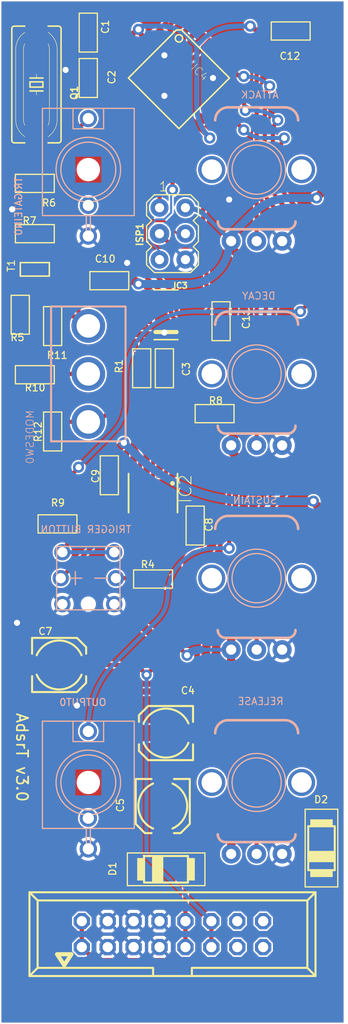
<source format=kicad_pcb>
(kicad_pcb (version 20221018) (generator pcbnew)
  (title_block (title "AdsrT") (date "2023-04-15") (rev "3.0"))
  (layers (0 "F.Cu" signal) (31 "B.Cu" signal) (34 "B.Paste" user) (35 "F.Paste" user) (36 "B.SilkS" user "B.Silkscreen") (37 "F.SilkS" user "F.Silkscreen") (38 "B.Mask" user) (39 "F.Mask" user) (44 "Edge.Cuts" user))
  (net 0 "")
  (net 1 "N$1")
  (net 2 "N$2")
  (net 3 "GND")
  (net 4 "RST")
  (net 5 "MISO")
  (net 6 "SCK")
  (net 7 "MOSI")
  (net 8 "POT_R")
  (net 9 "POT_S")
  (net 10 "POT_D")
  (net 11 "POT_A")
  (net 12 "N$3")
  (net 13 "N$4")
  (net 14 "CS")
  (net 15 "N$5")
  (net 16 "N$7")
  (net 17 "N$8")
  (net 18 "+12V")
  (net 19 "-12V")
  (net 20 "TRIG")
  (net 21 "N$15")
  (net 22 "N$18")
  (net 23 "B_TRIG")
  (net 24 "N$12")
  (net 25 "T1")
  (net 26 "T2")
  (net 27 "5V")
  (net 28 "N$13")
  (net 29 "N$19")
  (net 30 "N$9")
  (footprint "Pure ADSR:POWER_SHROUDED" (layer "F.Cu") (at 148.5011 146.3336)
    (fp_text reference "JP1" hide)
    (fp_text value "HEADER2X8" hide)
  )
  (footprint "Pure ADSR:TQFP32-08" (layer "F.Cu") (at 149.1361 62.5136 -45)
    (fp_text reference "IC4")
    (fp_text value "ATMEGA328P" hide)
  )
  (footprint "Pure ADSR:R0805" (layer "F.Cu") (at 135.00735 72.83235)
    (fp_text reference "R6")
    (fp_text value "100k" hide)
  )
  (footprint "Pure ADSR:C0805" (layer "F.Cu") (at 147.70735 90.92985 90)
    (fp_text reference "C3")
    (fp_text value "100nF" hide)
  )
  (footprint "Pure ADSR:153CLV-0505" (layer "F.Cu") (at 147.8661 126.6486 180)
    (fp_text reference "C4")
    (fp_text value "10u" hide)
  )
  (footprint "Pure ADSR:C0805" (layer "F.Cu") (at 140.2461 62.5136 90)
    (fp_text reference "C2")
    (fp_text value "22p" hide)
  )
  (footprint "Pure ADSR:HC49UP" (layer "F.Cu") (at 135.1661 63.1486 90)
    (fp_text reference "Q1")
    (fp_text value "20MHz")
  )
  (footprint "Pure ADSR:AVRISP" (layer "F.Cu") (at 148.5011 77.7536)
    (fp_text reference "ISP1")
    (fp_text value "HEADER2X3-6" hide)
  )
  (footprint "Pure ADSR:R0805" (layer "F.Cu") (at 146.5961 111.56735)
    (fp_text reference "R4")
    (fp_text value "330R" hide)
  )
  (footprint "Pure ADSR:SOIC8" (layer "F.Cu") (at 147.8661 85.6911 180)
    (fp_text reference "IC3")
    (fp_text value "MCP4921")
  )
  (footprint "Pure ADSR:153CLV-0505" (layer "F.Cu") (at 137.3886 119.9811)
    (fp_text reference "C7")
    (fp_text value "10u" hide)
  )
  (footprint "Pure ADSR:R0805" (layer "F.Cu") (at 137.22985 106.16985 180)
    (fp_text reference "R9")
    (fp_text value "10k" hide)
  )
  (footprint "Pure ADSR:R0805" (layer "F.Cu") (at 133.5786 85.6911 -90)
    (fp_text reference "R5")
    (fp_text value "10k" hide)
  )
  (footprint "Pure ADSR:C0805" (layer "F.Cu") (at 142.30985 101.40735 90)
    (fp_text reference "C9")
    (fp_text value "100nF" hide)
  )
  (footprint "Pure ADSR:C0805" (layer "F.Cu") (at 140.2461 58.0686 -90)
    (fp_text reference "C1")
    (fp_text value "22p" hide)
  )
  (footprint "Pure ADSR:C0805" (layer "F.Cu") (at 150.7236 106.3286 -90)
    (fp_text reference "C8")
    (fp_text value "100nF" hide)
  )
  (footprint "Pure ADSR:C0805" (layer "F.Cu") (at 142.30985 82.35735 180)
    (fp_text reference "C10")
    (fp_text value "100nF" hide)
  )
  (footprint "Pure ADSR:R0805" (layer "F.Cu") (at 136.7536 97.1211 90)
    (fp_text reference "R12")
    (fp_text value "100k" hide)
  )
  (footprint "Pure ADSR:R0805" (layer "F.Cu") (at 136.7536 86.80235 90)
    (fp_text reference "R11")
    (fp_text value "100k" hide)
  )
  (footprint "Pure ADSR:SMADIODE" (layer "F.Cu") (at 147.8661 139.9836)
    (fp_text reference "D1")
    (fp_text value "STTH102A")
  )
  (footprint "Pure ADSR:SMADIODE" (layer "F.Cu") (at 163.1061 137.91985 90)
    (fp_text reference "D2")
    (fp_text value "STTH102A")
  )
  (footprint "Pure ADSR:153CLV-0505" (layer "F.Cu") (at 147.5486 133.79235 -90)
    (fp_text reference "C5")
    (fp_text value "10u" hide)
  )
  (footprint "Pure ADSR:SO08" (layer "F.Cu") (at 146.5961 103.1536 180)
    (fp_text reference "IC2")
    (fp_text value "OPAMP_DUALD")
  )
  (footprint "Pure ADSR:R0805" (layer "F.Cu") (at 152.6286 95.37485)
    (fp_text reference "R8")
    (fp_text value "1k" hide)
  )
  (footprint "Pure ADSR:C0805" (layer "F.Cu") (at 153.2636 86.3261 90)
    (fp_text reference "C11")
    (fp_text value "100nF" hide)
  )
  (footprint "Pure ADSR:C0805" (layer "F.Cu") (at 160.08985 57.90985)
    (fp_text reference "C12")
    (fp_text value "100nF" hide)
  )
  (footprint "Pure ADSR:R0805" (layer "F.Cu") (at 135.00735 91.56485 180)
    (fp_text reference "R10")
    (fp_text value "1k" hide)
  )
  (footprint "Pure ADSR:R0805" (layer "F.Cu") (at 145.48485 90.92985 -90)
    (fp_text reference "R1")
    (fp_text value "1k6" hide)
  )
  (footprint "Pure ADSR:R0805" (layer "F.Cu") (at 135.00735 77.7536)
    (fp_text reference "R7")
    (fp_text value "1M" hide)
  )
  (footprint "Pure ADSR:SOT23" (layer "F.Cu") (at 135.00735 81.2461 180)
    (fp_text reference "T1" hide)
    (fp_text value "2N3904" hide)
  )
  (footprint "Pure ADSR:POTENTIOMETER_9MM" (layer "B.Cu") (at 156.7511 71.4836 180)
    (fp_text reference "ATTACK0" hide)
    (fp_text value "100k" hide)
  )
  (footprint "Pure ADSR:TOGGLE_SW" (layer "B.Cu") (at 140.2511 91.4836 90)
    (fp_text reference "MODESW0")
    (fp_text value "ON_OFF_ON")
  )
  (footprint "Pure ADSR:POTENTIOMETER_9MM" (layer "B.Cu") (at 156.7511 91.4836 180)
    (fp_text reference "DECAY0" hide)
    (fp_text value "100k" hide)
  )
  (footprint "Pure ADSR:PJ301M-12" (layer "B.Cu") (at 140.2511 131.4836 180)
    (fp_text reference "OUTPUT0")
    (fp_text value "SOCKET_MONO_3.5MMPJ301M-12" hide)
  )
  (footprint "Pure ADSR:PJ301M-12" (layer "B.Cu") (at 140.2511 71.4836 180)
    (fp_text reference "TRIGATEIN0")
    (fp_text value "SOCKET_MONO_3.5MMPJ301M-12" hide)
  )
  (footprint "Pure ADSR:POTENTIOMETER_9MM" (layer "B.Cu") (at 156.7511 111.4836 180)
    (fp_text reference "SUSTAIN0" hide)
    (fp_text value "100k" hide)
  )
  (footprint "Pure ADSR:POTENTIOMETER_9MM" (layer "B.Cu") (at 156.7511 131.4836 180)
    (fp_text reference "RELEASE0" hide)
    (fp_text value "100k" hide)
  )
  (footprint "Pure ADSR:PB6149L" (layer "B.Cu") (at 140.2511 111.4836 90)
    (fp_text reference "TRIGGER0" hide)
    (fp_text value "PB6149L-5" hide)
  )
  (gr_line (start 131.7211 155.0036) (end 131.7211 55.0036) (stroke (width 0.05)) (layer "Edge.Cuts"))
  (gr_line (start 165.2811 55.0036) (end 165.2811 155.0036) (stroke (width 0.05)) (layer "Edge.Cuts"))
  (gr_line (start 165.2811 155.0036) (end 131.7211 155.0036) (stroke (width 0.05)) (layer "Edge.Cuts"))
  (gr_line (start 131.7211 55.0036) (end 165.2811 55.0036) (stroke (width 0.05)) (layer "Edge.Cuts"))
  (gr_text "RELEASE" (at 159.45485 123.94985) (layer "B.SilkS") (effects (font (size 0.707136 0.707136) (thickness 0.105664)) (justify left bottom mirror)))
  (gr_text "SUSTAIN" (at 158.81985 104.26485) (layer "B.SilkS") (effects (font (size 0.707136 0.707136) (thickness 0.105664)) (justify left bottom mirror)))
  (gr_text "TRIGGER BUTTON" (at 144.53235 107.12235) (layer "B.SilkS") (effects (font (size 0.707136 0.707136) (thickness 0.105664)) (justify left bottom mirror)))
  (gr_text "ATTACK" (at 158.9786 64.57735) (layer "B.SilkS") (effects (font (size 0.707136 0.707136) (thickness 0.105664)) (justify left bottom mirror)))
  (gr_text "DECAY" (at 158.6611 84.26235) (layer "B.SilkS") (effects (font (size 0.707136 0.707136) (thickness 0.105664)) (justify left bottom mirror)))
  (gr_text "AdsrT v3.0" (at 133.10235 124.58485 270) (layer "F.SilkS") (effects (font (size 1.1049 1.1049) (thickness 0.1651)) (justify left bottom)))
  (gr_text "T1" (at 133.10235 81.5636 90) (layer "F.SilkS") (effects (font (size 0.707136 0.707136) (thickness 0.105664)) (justify left bottom)))
  (segment (start 144.686559 60.892488) (end 141.298653 57.504582) (width 0.4) (layer "F.Cu") (net 1))
  (segment (start 141.298653 57.504582) (end 141.117871 57.362635) (width 0.4) (layer "F.Cu") (net 1))
  (segment (start 140.917109 57.250715) (end 140.701311 57.17158) (width 0.4) (layer "F.Cu") (net 1))
  (segment (start 140.701311 57.17158) (end 140.2461 57.1186) (width 0.4) (layer "F.Cu") (net 1))
  (segment (start 135.32485 56.95735) (end 135.1661 57.1161) (width 0.4) (layer "F.Cu") (net 1))
  (segment (start 141.117871 57.362635) (end 140.917109 57.250715) (width 0.4) (layer "F.Cu") (net 1))
  (segment (start 140.2461 57.1186) (end 140.13485 56.95735) (width 0.4) (layer "F.Cu") (net 1))
  (segment (start 141.298653 57.504582) (end 141.298653 57.504582) (width 0.4) (layer "F.Cu") (net 1))
  (segment (start 135.1661 57.1161) (end 135.1661 58.3226) (width 0.4) (layer "F.Cu") (net 1))
  (segment (start 140.13485 56.95735) (end 135.32485 56.95735) (width 0.4) (layer "F.Cu") (net 1))
  (segment (start 136.224214 63.788419) (end 135.997552 63.912186) (width 0.4) (layer "F.Cu") (net 2))
  (segment (start 144.120871 61.458175) (end 143.023281 62.555766) (width 0.4) (layer "F.Cu") (net 2))
  (segment (start 140.2461 63.4636) (end 140.13485 63.62485) (width 0.4) (layer "F.Cu") (net 2))
  (segment (start 143.023281 62.555766) (end 142.749832 62.800135) (width 0.4) (layer "F.Cu") (net 2))
  (segment (start 140.13485 63.62485) (end 136.976128 63.62485) (width 0.4) (layer "F.Cu") (net 2))
  (segment (start 141.790958 63.330085) (end 141.438562 63.431608) (width 0.4) (layer "F.Cu") (net 2))
  (segment (start 136.976127 63.62485) (end 136.718533 63.643274) (width 0.4) (layer "F.Cu") (net 2))
  (segment (start 135.453435 64.456304) (end 135.329668 64.682966) (width 0.4) (layer "F.Cu") (net 2))
  (segment (start 142.129772 63.189744) (end 141.790958 63.330085) (width 0.4) (layer "F.Cu") (net 2))
  (segment (start 135.184523 65.177285) (end 135.1661 65.434879) (width 0.4) (layer "F.Cu") (net 2))
  (segment (start 135.997552 63.912186) (end 135.790811 64.066951) (width 0.4) (layer "F.Cu") (net 2))
  (segment (start 136.466183 63.698169) (end 136.224214 63.788419) (width 0.4) (layer "F.Cu") (net 2))
  (segment (start 135.239419 64.924935) (end 135.184523 65.177285) (width 0.4) (layer "F.Cu") (net 2))
  (segment (start 142.749832 62.800135) (end 142.450742 63.01235) (width 0.4) (layer "F.Cu") (net 2))
  (segment (start 135.329668 64.682966) (end 135.239419 64.924935) (width 0.4) (layer "F.Cu") (net 2))
  (segment (start 136.976128 63.62485) (end 136.976127 63.62485) (width 0.4) (layer "F.Cu") (net 2))
  (segment (start 135.1661 65.434879) (end 135.1661 67.9746) (width 0.4) (layer "F.Cu") (net 2))
  (segment (start 141.438562 63.431608) (end 140.710862 63.5136) (width 0.4) (layer "F.Cu") (net 2))
  (segment (start 140.710862 63.5136) (end 140.2461 63.4636) (width 0.4) (layer "F.Cu") (net 2))
  (segment (start 136.718533 63.643274) (end 136.466183 63.698169) (width 0.4) (layer "F.Cu") (net 2))
  (segment (start 135.790811 64.066951) (end 135.608199 64.249562) (width 0.4) (layer "F.Cu") (net 2))
  (segment (start 135.608199 64.249562) (end 135.453435 64.456304) (width 0.4) (layer "F.Cu") (net 2))
  (segment (start 143.023281 62.555766) (end 143.023281 62.555766) (width 0.4) (layer "F.Cu") (net 2))
  (segment (start 142.450742 63.01235) (end 142.129772 63.189744) (width 0.4) (layer "F.Cu") (net 2))
  (via (at 138.0236 61.71985) (size 1.108) (drill 0.6) (layers "F.Cu" "B.Cu") (net 3))
  (via (at 147.70735 87.43735) (size 1.108) (drill 0.6) (layers "F.Cu" "B.Cu") (net 3))
  (via (at 147.70735 60.2911) (size 1.108) (drill 0.6) (layers "F.Cu" "B.Cu") (net 3))
  (via (at 133.2611 115.8536) (size 1.108) (drill 0.6) (layers "F.Cu" "B.Cu") (net 3))
  (via (at 132.78485 75.37235) (size 1.108) (drill 0.6) (layers "F.Cu" "B.Cu") (net 3))
  (via (at 144.0561 80.6111) (size 1.108) (drill 0.6) (layers "F.Cu" "B.Cu") (net 3))
  (via (at 154.05735 74.41985) (size 1.108) (drill 0.6) (layers "F.Cu" "B.Cu") (net 3))
  (via (at 139.13485 123.94985) (size 1.108) (drill 0.6) (layers "F.Cu" "B.Cu") (net 3))
  (via (at 147.70735 64.25985) (size 1.108) (drill 0.6) (layers "F.Cu" "B.Cu") (net 3))
  (via (at 152.46985 62.5136) (size 1.108) (drill 0.6) (layers "F.Cu" "B.Cu") (net 3))
  (segment (start 148.853271 68.035179) (end 148.703738 68.217385) (width 0.4) (layer "F.Cu") (net 4))
  (segment (start 148.592626 68.425262) (end 148.5011 68.885397) (width 0.4) (layer "F.Cu") (net 4))
  (segment (start 148.853271 68.035179) (end 148.853271 68.035179) (width 0.4) (layer "F.Cu") (net 4))
  (segment (start 151.888581 59.195432) (end 150.146215 60.937797) (width 0.4) (layer "F.Cu") (net 4))
  (segment (start 150.146215 60.937797) (end 149.888508 61.226171) (width 0.4) (layer "F.Cu") (net 4))
  (segment (start 149.222567 62.609015) (end 149.1361 63.376435) (width 0.4) (layer "F.Cu") (net 4))
  (segment (start 149.888508 61.226171) (end 149.664709 61.541587) (width 0.4) (layer "F.Cu") (net 4))
  (segment (start 149.1361 63.376435) (end 149.1361 67.352369) (width 0.4) (layer "F.Cu") (net 4))
  (segment (start 150.146215 60.937797) (end 150.146215 60.937797) (width 0.4) (layer "F.Cu") (net 4))
  (segment (start 149.477633 61.880076) (end 149.329632 62.237384) (width 0.4) (layer "F.Cu") (net 4))
  (segment (start 148.703738 68.217385) (end 148.592626 68.425262) (width 0.4) (layer "F.Cu") (net 4))
  (segment (start 149.329632 62.237384) (end 149.222567 62.609015) (width 0.4) (layer "F.Cu") (net 4))
  (segment (start 149.062595 67.721903) (end 148.853271 68.035179) (width 0.4) (layer "F.Cu") (net 4))
  (segment (start 148.5011 68.885397) (end 148.5011 73.46735) (width 0.4) (layer "F.Cu") (net 4))
  (segment (start 149.117546 67.540756) (end 149.062595 67.721903) (width 0.4) (layer "F.Cu") (net 4))
  (segment (start 149.664709 61.541587) (end 149.477633 61.880076) (width 0.4) (layer "F.Cu") (net 4))
  (segment (start 149.1361 67.352369) (end 149.1361 67.352369) (width 0.4) (layer "F.Cu") (net 4))
  (segment (start 149.1361 67.352369) (end 149.117546 67.540756) (width 0.4) (layer "F.Cu") (net 4))
  (via (at 148.5011 73.46735) (size 1.108) (drill 0.6) (layers "F.Cu" "B.Cu") (net 4))
  (segment (start 146.0135 77.24925) (end 146.90775 76.355) (width 0.2) (layer "B.Cu") (net 4))
  (segment (start 147.2311 80.2936) (end 147.2311 79.47555) (width 0.2) (layer "B.Cu") (net 4))
  (segment (start 146.0135 78.25795) (end 146.0135 77.24925) (width 0.2) (layer "B.Cu") (net 4))
  (segment (start 146.90775 76.355) (end 147.703887 76.355) (width 0.2) (layer "B.Cu") (net 4))
  (segment (start 147.703887 76.355) (end 148.3725 75.686388) (width 0.2) (layer "B.Cu") (net 4))
  (segment (start 147.2311 79.47555) (end 146.0135 78.25795) (width 0.2) (layer "B.Cu") (net 4))
  (segment (start 148.3725 73.59595) (end 148.5011 73.46735) (width 0.2) (layer "B.Cu") (net 4))
  (segment (start 148.3725 75.686388) (end 148.3725 73.59595) (width 0.2) (layer "B.Cu") (net 4))
  (segment (start 147.607275 68.002225) (end 147.447551 68.196851) (width 0.4) (layer "F.Cu") (net 5))
  (segment (start 147.447551 68.196851) (end 147.328865 68.418897) (width 0.4) (layer "F.Cu") (net 5))
  (segment (start 147.607275 68.002225) (end 147.607275 68.002225) (width 0.4) (layer "F.Cu") (net 5))
  (segment (start 147.328865 68.418897) (end 147.255778 68.659831) (width 0.4) (layer "F.Cu") (net 5))
  (segment (start 147.2311 68.910394) (end 147.2311 75.2136) (width 0.4) (layer "F.Cu") (net 5))
  (segment (start 148.080671 67.528829) (end 147.607275 68.002225) (width 0.4) (layer "F.Cu") (net 5))
  (segment (start 147.255778 68.659831) (end 147.2311 68.910394) (width 0.4) (layer "F.Cu") (net 5))
  (segment (start 151.498091 84.965866) (end 151.637581 84.858831) (width 0.4) (layer "F.Cu") (net 6))
  (segment (start 151.83485 81.3997) (end 151.83485 81.3997) (width 0.4) (layer "F.Cu") (net 6))
  (segment (start 148.308504 78.722819) (end 148.571887 78.852705) (width 0.4) (layer "F.Cu") (net 6))
  (segment (start 150.332921 73.076672) (end 150.137439 72.847792) (width 0.4) (layer "F.Cu") (net 6))
  (segment (start 151.366803 79.775077) (end 150.940465 79.240466) (width 0.4) (layer "F.Cu") (net 6))
  (segment (start 151.815649 81.057804) (end 151.758289 80.720206) (width 0.4) (layer "F.Cu") (net 6))
  (segment (start 151.430127 77.832076) (end 151.49545 77.503677) (width 0.4) (layer "F.Cu") (net 6))
  (segment (start 151.51735 75.5122) (end 151.498358 75.17402) (width 0.4) (layer "F.Cu") (net 6))
  (segment (start 149.841354 68.379602) (end 149.927551 68.171504) (width 0.4) (layer "F.Cu") (net 6))
  (segment (start 149.864982 72.313063) (end 149.7711 71.720313) (width 0.4) (layer "F.Cu") (net 6))
  (segment (start 151.161332 85.0561) (end 151.335651 85.03315) (width 0.4) (layer "F.Cu") (net 6))
  (segment (start 151.161331 85.0561) (end 151.161332 85.0561) (width 0.4) (layer "F.Cu") (net 6))
  (segment (start 151.8119 84.556901) (end 151.83485 84.382582) (width 0.4) (layer "F.Cu") (net 6))
  (segment (start 149.927551 68.171504) (end 150.191525 67.808175) (width 0.4) (layer "F.Cu") (net 6))
  (segment (start 147.2311 77.7536) (end 147.843537 78.366038) (width 0.4) (layer "F.Cu") (net 6))
  (segment (start 149.788772 68.598622) (end 149.841354 68.379602) (width 0.4) (layer "F.Cu") (net 6))
  (segment (start 151.498358 75.17402) (end 151.441621 74.840093) (width 0.4) (layer "F.Cu") (net 6))
  (segment (start 150.858387 73.628997) (end 150.632687 73.376438) (width 0.4) (layer "F.Cu") (net 6))
  (segment (start 151.758289 80.720206) (end 151.663491 80.391154) (width 0.4) (layer "F.Cu") (net 6))
  (segment (start 150.137439 72.847792) (end 149.980169 72.591149) (width 0.4) (layer "F.Cu") (net 6))
  (segment (start 151.51735 77.16956) (end 151.51735 75.5122) (width 0.4) (layer "F.Cu") (net 6))
  (segment (start 150.632687 73.376438) (end 150.332921 73.076672) (width 0.4) (layer "F.Cu") (net 6))
  (segment (start 151.218233 74.201687) (end 151.054391 73.905238) (width 0.4) (layer "F.Cu") (net 6))
  (segment (start 151.322499 78.14914) (end 151.430127 77.832076) (width 0.4) (layer "F.Cu") (net 6))
  (segment (start 150.988383 78.727847) (end 151.174406 78.449443) (width 0.4) (layer "F.Cu") (net 6))
  (segment (start 148.571887 78.852705) (end 148.84997 78.947102) (width 0.4) (layer "F.Cu") (net 6))
  (segment (start 150.332921 73.076672) (end 150.332921 73.076672) (width 0.4) (layer "F.Cu") (net 6))
  (segment (start 150.7236 79.0236) (end 150.767612 78.979588) (width 0.4) (layer "F.Cu") (net 6))
  (segment (start 149.7711 68.823172) (end 149.7711 68.823172) (width 0.4) (layer "F.Cu") (net 6))
  (segment (start 147.843537 78.366038) (end 148.064328 78.559666) (width 0.4) (layer "F.Cu") (net 6))
  (segment (start 149.7711 71.720313) (end 149.7711 68.823172) (width 0.4) (layer "F.Cu") (net 6))
  (segment (start 150.767612 78.979588) (end 150.988383 78.727847) (width 0.4) (layer "F.Cu") (net 6))
  (segment (start 147.843537 78.366038) (end 147.843537 78.366038) (width 0.4) (layer "F.Cu") (net 6))
  (segment (start 151.174406 78.449443) (end 151.322499 78.14914) (width 0.4) (layer "F.Cu") (net 6))
  (segment (start 149.137995 79.004393) (end 149.431034 79.0236) (width 0.4) (layer "F.Cu") (net 6))
  (segment (start 151.532446 80.074785) (end 151.366803 79.775077) (width 0.4) (layer "F.Cu") (net 6))
  (segment (start 151.83485 84.382582) (end 151.83485 81.3997) (width 0.4) (layer "F.Cu") (net 6))
  (segment (start 151.744616 84.719341) (end 151.8119 84.556901) (width 0.4) (layer "F.Cu") (net 6))
  (segment (start 150.191525 67.808175) (end 150.191525 67.528829) (width 0.4) (layer "F.Cu") (net 6))
  (segment (start 151.054391 73.905238) (end 150.858387 73.628997) (width 0.4) (layer "F.Cu") (net 6))
  (segment (start 151.637581 84.858831) (end 151.744616 84.719341) (width 0.4) (layer "F.Cu") (net 6))
  (segment (start 151.347853 74.514617) (end 151.218233 74.201687) (width 0.4) (layer "F.Cu") (net 6))
  (segment (start 150.2283 85.0561) (end 151.161331 85.0561) (width 0.4) (layer "F.Cu") (net 6))
  (segment (start 150.940465 79.240466) (end 150.7236 79.0236) (width 0.4) (layer "F.Cu") (net 6))
  (segment (start 149.7711 68.823172) (end 149.788772 68.598622) (width 0.4) (layer "F.Cu") (net 6))
  (segment (start 149.980169 72.591149) (end 149.864982 72.313063) (width 0.4) (layer "F.Cu") (net 6))
  (segment (start 151.441621 74.840093) (end 151.347853 74.514617) (width 0.4) (layer "F.Cu") (net 6))
  (segment (start 151.49545 77.503677) (end 151.51735 77.16956) (width 0.4) (layer "F.Cu") (net 6))
  (segment (start 148.064328 78.559666) (end 148.308504 78.722819) (width 0.4) (layer "F.Cu") (net 6))
  (segment (start 148.84997 78.947102) (end 149.137995 79.004393) (width 0.4) (layer "F.Cu") (net 6))
  (segment (start 151.335651 85.03315) (end 151.498091 84.965866) (width 0.4) (layer "F.Cu") (net 6))
  (segment (start 149.431034 79.0236) (end 150.7236 79.0236) (width 0.4) (layer "F.Cu") (net 6))
  (segment (start 151.51735 75.5122) (end 151.51735 75.5122) (width 0.4) (layer "F.Cu") (net 6))
  (segment (start 151.663491 80.391154) (end 151.532446 80.074785) (width 0.4) (layer "F.Cu") (net 6))
  (segment (start 150.767612 78.979588) (end 150.767612 78.979588) (width 0.4) (layer "F.Cu") (net 6))
  (segment (start 151.83485 81.3997) (end 151.815649 81.057804) (width 0.4) (layer "F.Cu") (net 6))
  (segment (start 149.297311 83.7861) (end 149.071843 83.763893) (width 0.4) (layer "F.Cu") (net 7))
  (segment (start 145.80235 75.0944) (end 145.80235 75.0944) (width 0.4) (layer "F.Cu") (net 7))
  (segment (start 149.7711 77.7536) (end 148.95305 77.7536) (width 0.2) (layer "F.Cu") (net 7))
  (segment (start 146.408593 81.376094) (end 146.408593 81.376094) (width 0.4) (layer "F.Cu") (net 7))
  (segment (start 149.297312 83.7861) (end 149.297311 83.7861) (width 0.4) (layer "F.Cu") (net 7))
  (segment (start 146.281062 76.798638) (end 146.5961 76.4836) (width 0.4) (layer "F.Cu") (net 7))
  (segment (start 145.820048 75.319282) (end 145.872708 75.538626) (width 0.4) (layer "F.Cu") (net 7))
  (segment (start 145.980491 77.212339) (end 145.882344 77.449288) (width 0.4) (layer "F.Cu") (net 7))
  (segment (start 150.2283 83.7861) (end 149.297312 83.7861) (width 0.4) (layer "F.Cu") (net 7))
  (segment (start 145.822472 77.698673) (end 145.80235 77.954354) (width 0.4) (layer "F.Cu") (net 7))
  (segment (start 145.882344 77.449288) (end 145.822472 77.698673) (width 0.4) (layer "F.Cu") (net 7))
  (segment (start 148.85504 83.698127) (end 148.655232 83.591328) (width 0.4) (layer "F.Cu") (net 7))
  (segment (start 146.361603 68.116522) (end 146.167014 68.344356) (width 0.4) (layer "F.Cu") (net 7))
  (segment (start 146.223396 76.110897) (end 146.5961 76.4836) (width 0.4) (layer "F.Cu") (net 7))
  (segment (start 147.514984 66.963141) (end 146.361603 68.116522) (width 0.4) (layer "F.Cu") (net 7))
  (segment (start 146.230076 81.172535) (end 146.079656 80.947415) (width 0.4) (layer "F.Cu") (net 7))
  (segment (start 148.4801 83.4476) (end 146.408593 81.376094) (width 0.4) (layer "F.Cu") (net 7))
  (segment (start 148.655232 83.591328) (end 148.4801 83.4476) (width 0.4) (layer "F.Cu") (net 7))
  (segment (start 145.872878 80.448209) (end 145.820058 80.182663) (width 0.4) (layer "F.Cu") (net 7))
  (segment (start 145.820058 80.182663) (end 145.80235 79.912494) (width 0.4) (layer "F.Cu") (net 7))
  (segment (start 146.6485 76.536) (end 146.5961 76.4836) (width 0.2) (layer "F.Cu") (net 7))
  (segment (start 145.80235 75.0944) (end 145.820048 75.319282) (width 0.4) (layer "F.Cu") (net 7))
  (segment (start 149.071843 83.763893) (end 148.85504 83.698127) (width 0.4) (layer "F.Cu") (net 7))
  (segment (start 146.079656 80.947415) (end 145.959907 80.704589) (width 0.4) (layer "F.Cu") (net 7))
  (segment (start 148.95305 77.7536) (end 147.73545 76.536) (width 0.2) (layer "F.Cu") (net 7))
  (segment (start 145.80235 79.912494) (end 145.80235 77.954354) (width 0.4) (layer "F.Cu") (net 7))
  (segment (start 146.281062 76.798638) (end 146.281062 76.798638) (width 0.4) (layer "F.Cu") (net 7))
  (segment (start 146.167014 68.344356) (end 146.010463 68.599825) (width 0.4) (layer "F.Cu") (net 7))
  (segment (start 145.872708 75.538626) (end 145.959032 75.747031) (width 0.4) (layer "F.Cu") (net 7))
  (segment (start 146.408593 81.376094) (end 146.230076 81.172535) (width 0.4) (layer "F.Cu") (net 7))
  (segment (start 146.281062 76.798638) (end 146.114497 76.993661) (width 0.4) (layer "F.Cu") (net 7))
  (segment (start 147.73545 76.536) (end 146.6485 76.536) (width 0.2) (layer "F.Cu") (net 7))
  (segment (start 146.361603 68.116522) (end 146.361603 68.116522) (width 0.4) (layer "F.Cu") (net 7))
  (segment (start 145.959907 80.704589) (end 145.872878 80.448209) (width 0.4) (layer "F.Cu") (net 7))
  (segment (start 146.114497 76.993661) (end 145.980491 77.212339) (width 0.4) (layer "F.Cu") (net 7))
  (segment (start 145.895803 68.876639) (end 145.80235 69.466679) (width 0.4) (layer "F.Cu") (net 7))
  (segment (start 146.010463 68.599825) (end 145.895803 68.876639) (width 0.4) (layer "F.Cu") (net 7))
  (segment (start 145.959032 75.747031) (end 146.223396 76.110897) (width 0.4) (layer "F.Cu") (net 7))
  (segment (start 145.80235 69.466679) (end 145.80235 75.0944) (width 0.4) (layer "F.Cu") (net 7))
  (segment (start 157.626307 105.801915) (end 157.720977 105.473308) (width 0.4) (layer "F.Cu") (net 8))
  (segment (start 158.365194 85.935361) (end 158.429705 85.555679) (width 0.4) (layer "F.Cu") (net 8))
  (segment (start 156.9364 125.123161) (end 157.078672 124.725537) (width 0.4) (layer "F.Cu") (net 8))
  (segment (start 159.13735 69.153863) (end 159.158179 68.942383) (width 0.4) (layer "F.Cu") (net 8))
  (segment (start 154.81009 66.818142) (end 154.690694 66.57603) (width 0.4) (layer "F.Cu") (net 8))
  (segment (start 159.680372 74.13733) (end 159.489405 73.851529) (width 0.4) (layer "F.Cu") (net 8))
  (segment (start 158.443025 104.324175) (end 160.901525 101.865675) (width 0.4) (layer "F.Cu") (net 8))
  (segment (start 158.836769 92.346645) (end 158.663335 92.087082) (width 0.4) (layer "F.Cu") (net 8))
  (segment (start 157.54985 106.480491) (end 157.54985 106.480491) (width 0.4) (layer "F.Cu") (net 8))
  (segment (start 160.823244 117.30471) (end 160.681149 116.907581) (width 0.4) (layer "F.Cu") (net 8))
  (segment (start 162.488703 80.063001) (end 162.587124 79.670086) (width 0.4) (layer "F.Cu") (net 8))
  (segment (start 158.683701 84.829798) (end 158.869992 84.492729) (width 0.4) (layer "F.Cu") (net 8))
  (segment (start 154.603921 66.320405) (end 154.551256 66.05564) (width 0.4) (layer "F.Cu") (net 8))
  (segment (start 154.5336 65.550282) (end 154.5336 65.550282) (width 0.4) (layer "F.Cu") (net 8))
  (segment (start 154.551256 66.05564) (end 154.5336 65.786266) (width 0.4) (layer "F.Cu") (net 8))
  (segment (start 161.139959 101.598867) (end 161.347022 101.30704) (width 0.4) (layer "F.Cu") (net 8))
  (segment (start 156.771822 125.950555) (end 156.833787 125.532815) (width 0.4) (layer "F.Cu") (net 8))
  (segment (start 159.907009 74.39576) (end 159.907009 74.39576) (width 0.4) (layer "F.Cu") (net 8))
  (segment (start 161.457515 75.946266) (end 159.907009 74.39576) (width 0.4) (layer "F.Cu") (net 8))
  (segment (start 162.646557 79.269417) (end 162.666432 78.864851) (width 0.4) (layer "F.Cu") (net 8))
  (segment (start 158.663335 92.087082) (end 158.525264 91.807103) (width 0.4) (layer "F.Cu") (net 8))
  (segment (start 157.633529 112.673822) (end 157.570836 112.304838) (width 0.4) (layer "F.Cu") (net 8))
  (segment (start 158.3436 86.319879) (end 158.3436 86.319879) (width 0.4) (layer "F.Cu") (net 8))
  (segment (start 158.527387 114.291138) (end 158.527387 114.291138) (width 0.4) (layer "F.Cu") (net 8))
  (segment (start 159.13735 72.537638) (end 159.13735 69.153863) (width 0.4) (layer "F.Cu") (net 8))
  (segment (start 157.259233 124.343772) (end 157.476344 123.981544) (width 0.4) (layer "F.Cu") (net 8))
  (segment (start 159.13735 69.153863) (end 159.13735 69.153863) (width 0.4) (layer "F.Cu") (net 8))
  (segment (start 161.503195 95.161685) (end 161.108309 94.64706) (width 0.4) (layer "F.Cu") (net 8))
  (segment (start 160.987618 118.973627) (end 161.008314 118.552351) (width 0.4) (layer "F.Cu") (net 8))
  (segment (start 154.5336 65.550282) (end 154.511909 65.330046) (width 0.4) (layer "F.Cu") (net 8))
  (segment (start 161.729532 81.48331) (end 161.970823 81.157968) (width 0.4) (layer "F.Cu") (net 8))
  (segment (start 158.3436 90.893816) (end 158.3436 86.319879) (width 0.4) (layer "F.Cu") (net 8))
  (segment (start 157.570836 112.304838) (end 157.54985 111.931154) (width 0.4) (layer "F.Cu") (net 8))
  (segment (start 158.869992 84.492729) (end 159.349478 83.891472) (width 0.4) (layer "F.Cu") (net 8))
  (segment (start 160.032715 121.278967) (end 160.283972 120.940186) (width 0.4) (layer "F.Cu") (net 8))
  (segment (start 160.92573 117.713854) (end 160.823244 117.30471) (width 0.4) (layer "F.Cu") (net 8))
  (segment (start 157.569024 106.139056) (end 157.626307 105.801915) (width 0.4) (layer "F.Cu") (net 8))
  (segment (start 158.215153 104.579164) (end 158.443025 104.324175) (width 0.4) (layer "F.Cu") (net 8))
  (segment (start 161.970823 76.571733) (end 161.457515 75.946266) (width 0.4) (layer "F.Cu") (net 8))
  (segment (start 157.737141 113.033467) (end 157.633529 112.673822) (width 0.4) (layer "F.Cu") (net 8))
  (segment (start 159.749462 121.591488) (end 159.749461 121.591489) (width 0.4) (layer "F.Cu") (net 8))
  (segment (start 154.511909 65.330046) (end 154.447669 65.118274) (width 0.4) (layer "F.Cu") (net 8))
  (segment (start 156.7511 126.372357) (end 156.771822 125.950555) (width 0.4) (layer "F.Cu") (net 8))
  (segment (start 159.337377 73.543246) (end 159.226889 73.217758) (width 0.4) (layer "F.Cu") (net 8))
  (segment (start 156.7511 126.372357) (end 156.7511 126.372357) (width 0.4) (layer "F.Cu") (net 8))
  (segment (start 158.017263 104.858064) (end 158.215153 104.579164) (width 0.4) (layer "F.Cu") (net 8))
  (segment (start 160.901525 101.865675) (end 160.901525 101.865675) (width 0.4) (layer "F.Cu") (net 8))
  (segment (start 161.8361 99.609413) (end 161.8361 96.4041) (width 0.4) (layer "F.Cu") (net 8))
  (segment (start 160.283973 116.164515) (end 159.749462 115.513213) (width 0.4) (layer "F.Cu") (net 8))
  (segment (start 162.179063 76.919159) (end 161.970823 76.571733) (width 0.4) (layer "F.Cu") (net 8))
  (segment (start 154.202956 64.752035) (end 153.585637 64.134716) (width 0.4) (layer "F.Cu") (net 8))
  (segment (start 162.587124 79.670086) (end 162.646557 79.269417) (width 0.4) (layer "F.Cu") (net 8))
  (segment (start 161.457514 81.783436) (end 161.729532 81.48331) (width 0.4) (layer "F.Cu") (net 8))
  (segment (start 154.5336 65.786266) (end 154.5336 65.550282) (width 0.4) (layer "F.Cu") (net 8))
  (segment (start 159.226889 73.217758) (end 159.13735 72.537638) (width 0.4) (layer "F.Cu") (net 8))
  (segment (start 162.646558 78.460285) (end 162.587124 78.059615) (width 0.4) (layer "F.Cu") (net 8))
  (segment (start 160.823244 119.799991) (end 160.925729 119.390847) (width 0.4) (layer "F.Cu") (net 8))
  (segment (start 158.429705 85.555679) (end 158.536321 85.185606) (width 0.4) (layer "F.Cu") (net 8))
  (segment (start 161.8361 96.4041) (end 161.8361 96.4041) (width 0.4) (layer "F.Cu") (net 8))
  (segment (start 154.690694 66.57603) (end 154.603921 66.320405) (width 0.4) (layer "F.Cu") (net 8))
  (segment (start 161.970823 81.157968) (end 162.179062 80.810542) (width 0.4) (layer "F.Cu") (net 8))
  (segment (start 161.814842 96.079765) (end 161.751431 95.760979) (width 0.4) (layer "F.Cu") (net 8))
  (segment (start 158.364017 91.205321) (end 158.3436 90.893816) (width 0.4) (layer "F.Cu") (net 8))
  (segment (start 160.987618 118.131074) (end 160.92573 117.713854) (width 0.4) (layer "F.Cu") (net 8))
  (segment (start 160.925729 119.390847) (end 160.987618 118.973627) (width 0.4) (layer "F.Cu") (net 8))
  (segment (start 158.424919 91.511496) (end 158.364017 91.205321) (width 0.4) (layer "F.Cu") (net 8))
  (segment (start 159.489405 73.851529) (end 159.337377 73.543246) (width 0.4) (layer "F.Cu") (net 8))
  (segment (start 155.138059 67.24556) (end 155.138059 67.24556) (width 0.4) (layer "F.Cu") (net 8))
  (segment (start 157.54985 111.931154) (end 157.54985 106.480491) (width 0.4) (layer "F.Cu") (net 8))
  (segment (start 160.901525 101.865675) (end 161.139959 101.598867) (width 0.4) (layer "F.Cu") (net 8))
  (segment (start 157.880369 113.37925) (end 157.737141 113.033467) (width 0.4) (layer "F.Cu") (net 8))
  (segment (start 155.4861 67.5936) (end 155.138059 67.24556) (width 0.4) (layer "F.Cu") (net 8))
  (segment (start 159.349478 83.891472) (end 161.457515 81.783435) (width 0.4) (layer "F.Cu") (net 8))
  (segment (start 162.488704 77.6667) (end 162.352245 77.285324) (width 0.4) (layer "F.Cu") (net 8))
  (segment (start 159.158179 68.942383) (end 159.219866 68.739029) (width 0.4) (layer "F.Cu") (net 8))
  (segment (start 161.756099 100.319441) (end 161.8361 99.609413) (width 0.4) (layer "F.Cu") (net 8))
  (segment (start 162.587124 78.059615) (end 162.488704 77.6667) (width 0.4) (layer "F.Cu") (net 8))
  (segment (start 162.666432 78.864851) (end 162.646558 78.460285) (width 0.4) (layer "F.Cu") (net 8))
  (segment (start 159.749461 121.591489) (end 160.032715 121.278967) (width 0.4) (layer "F.Cu") (net 8))
  (segment (start 159.219866 68.739029) (end 159.45485 68.38735) (width 0.4) (layer "F.Cu") (net 8))
  (segment (start 157.851844 105.157366) (end 158.017263 104.858064) (width 0.4) (layer "F.Cu") (net 8))
  (segment (start 161.457515 81.783435) (end 161.457514 81.783436) (width 0.4) (layer "F.Cu") (net 8))
  (segment (start 156.7511 138.4836) (end 156.7511 126.372357) (width 0.4) (layer "F.Cu") (net 8))
  (segment (start 161.008314 118.552351) (end 160.987618 118.131074) (width 0.4) (layer "F.Cu") (net 8))
  (segment (start 160.681149 120.19712) (end 160.823244 119.799991) (width 0.4) (layer "F.Cu") (net 8))
  (segment (start 161.657041 100.66328) (end 161.756099 100.319441) (width 0.4) (layer "F.Cu") (net 8))
  (segment (start 154.447669 65.118274) (end 154.202956 64.752035) (width 0.4) (layer "F.Cu") (net 8))
  (segment (start 154.960067 67.042599) (end 154.81009 66.818142) (width 0.4) (layer "F.Cu") (net 8))
  (segment (start 162.179062 80.810542) (end 162.352245 80.444377) (width 0.4) (layer "F.Cu") (net 8))
  (segment (start 158.536321 85.185606) (end 158.683701 84.829798) (width 0.4) (layer "F.Cu") (net 8))
  (segment (start 158.011521 123.329429) (end 159.749462 121.591488) (width 0.4) (layer "F.Cu") (net 8))
  (segment (start 155.138059 67.24556) (end 154.960067 67.042599) (width 0.4) (layer "F.Cu") (net 8))
  (segment (start 158.527387 114.291138) (end 158.277992 114.012064) (width 0.4) (layer "F.Cu") (net 8))
  (segment (start 157.720977 105.473308) (end 157.851844 105.157366) (width 0.4) (layer "F.Cu") (net 8))
  (segment (start 156.833787 125.532815) (end 156.9364 125.123161) (width 0.4) (layer "F.Cu") (net 8))
  (segment (start 162.352245 77.285324) (end 162.179063 76.919159) (width 0.4) (layer "F.Cu") (net 8))
  (segment (start 159.749462 115.513213) (end 158.527387 114.291138) (width 0.4) (layer "F.Cu") (net 8))
  (segment (start 161.347022 101.30704) (end 161.520108 100.993865) (width 0.4) (layer "F.Cu") (net 8))
  (segment (start 161.108309 94.64706) (end 159.0426 92.58135) (width 0.4) (layer "F.Cu") (net 8))
  (segment (start 158.525264 91.807103) (end 158.424919 91.511496) (width 0.4) (layer "F.Cu") (net 8))
  (segment (start 157.54985 106.480491) (end 157.569024 106.139056) (width 0.4) (layer "F.Cu") (net 8))
  (segment (start 160.500813 120.578409) (end 160.681149 120.19712) (width 0.4) (layer "F.Cu") (net 8))
  (segment (start 160.681149 116.907581) (end 160.500813 116.526292) (width 0.4) (layer "F.Cu") (net 8))
  (segment (start 159.042599 92.58135) (end 158.836769 92.346645) (width 0.4) (layer "F.Cu") (net 8))
  (segment (start 157.078672 124.725537) (end 157.259233 124.343772) (width 0.4) (layer "F.Cu") (net 8))
  (segment (start 160.500813 116.526292) (end 160.283973 116.164515) (width 0.4) (layer "F.Cu") (net 8))
  (segment (start 161.8361 96.4041) (end 161.814842 96.079765) (width 0.4) (layer "F.Cu") (net 8))
  (segment (start 161.520108 100.993865) (end 161.657041 100.66328) (width 0.4) (layer "F.Cu") (net 8))
  (segment (start 159.907009 74.39576) (end 159.680372 74.13733) (width 0.4) (layer "F.Cu") (net 8))
  (segment (start 159.0426 92.58135) (end 159.042599 92.58135) (width 0.4) (layer "F.Cu") (net 8))
  (segment (start 160.283972 120.940186) (end 160.500813 120.578409) (width 0.4) (layer "F.Cu") (net 8))
  (segment (start 161.751431 95.760979) (end 161.646953 95.453197) (width 0.4) (layer "F.Cu") (net 8))
  (segment (start 158.277992 114.012064) (end 158.061411 113.706822) (width 0.4) (layer "F.Cu") (net 8))
  (segment (start 161.646953 95.453197) (end 161.503195 95.161685) (width 0.4) (layer "F.Cu") (net 8))
  (segment (start 162.352245 80.444377) (end 162.488703 80.063001) (width 0.4) (layer "F.Cu") (net 8))
  (segment (start 158.061411 113.706822) (end 157.880369 113.37925) (width 0.4) (layer "F.Cu") (net 8))
  (segment (start 158.3436 86.319879) (end 158.365194 85.935361) (width 0.4) (layer "F.Cu") (net 8))
  (segment (start 157.476344 123.981544) (end 158.011521 123.329429) (width 0.4) (layer "F.Cu") (net 8))
  (via (at 159.45485 68.38735) (size 1.108) (drill 0.6) (layers "F.Cu" "B.Cu") (net 8))
  (via (at 155.4861 67.5936) (size 1.108) (drill 0.6) (layers "F.Cu" "B.Cu") (net 8))
  (segment (start 156.365297 68.181061) (end 156.047366 68.024274) (width 0.4) (layer "B.Cu") (net 8))
  (segment (start 156.047366 68.024274) (end 155.752619 67.82733) (width 0.4) (layer "B.Cu") (net 8))
  (segment (start 157.402381 68.38735) (end 157.402381 68.38735) (width 0.4) (layer "B.Cu") (net 8))
  (segment (start 156.700973 68.295008) (end 156.365297 68.181061) (width 0.4) (layer "B.Cu") (net 8))
  (segment (start 157.402381 68.38735) (end 157.048651 68.364165) (width 0.4) (layer "B.Cu") (net 8))
  (segment (start 155.752619 67.82733) (end 155.4861 67.5936) (width 0.4) (layer "B.Cu") (net 8))
  (segment (start 157.048651 68.364165) (end 156.700973 68.295008) (width 0.4) (layer "B.Cu") (net 8))
  (segment (start 159.45485 68.38735) (end 157.402381 68.38735) (width 0.4) (layer "B.Cu") (net 8))
  (segment (start 156.7511 106.03665) (end 156.7511 106.03665) (width 0.4) (layer "F.Cu") (net 9))
  (segment (start 157.861906 84.517869) (end 158.032836 84.208594) (width 0.4) (layer "F.Cu") (net 9))
  (segment (start 160.064812 101.591138) (end 160.314207 101.312065) (width 0.4) (layer "F.Cu") (net 9))
  (segment (start 160.79273 81.33697) (end 161.037595 81.06502) (width 0.4) (layer "F.Cu") (net 9))
  (segment (start 161.697589 79.769709) (end 161.773673 79.411762) (width 0.4) (layer "F.Cu") (net 9))
  (segment (start 156.7511 118.4836) (end 156.7511 106.03665) (width 0.4) (layer "F.Cu") (net 9))
  (segment (start 158.032836 84.208594) (end 158.472784 83.656916) (width 0.4) (layer "F.Cu") (net 9))
  (segment (start 161.021364 99.604838) (end 161.04235 99.231154) (width 0.4) (layer "F.Cu") (net 9))
  (segment (start 158.775083 74.349821) (end 158.623342 74.122724) (width 0.4) (layer "F.Cu") (net 9))
  (segment (start 160.187518 94.837519) (end 158.200806 92.850807) (width 0.4) (layer "F.Cu") (net 9))
  (segment (start 157.847609 92.390512) (end 157.719028 92.129775) (width 0.4) (layer "F.Cu") (net 9))
  (segment (start 161.811925 78.681879) (end 161.773673 78.31794) (width 0.4) (layer "F.Cu") (net 9))
  (segment (start 158.200806 92.850807) (end 158.009122 92.632234) (width 0.4) (layer "F.Cu") (net 9))
  (segment (start 157.54985 85.885078) (end 157.569663 85.532267) (width 0.4) (layer "F.Cu") (net 9))
  (segment (start 158.502541 73.877763) (end 158.414747 73.619131) (width 0.4) (layer "F.Cu") (net 9))
  (segment (start 161.252692 76.960736) (end 161.037596 76.664681) (width 0.4) (layer "F.Cu") (net 9))
  (segment (start 160.711831 100.67925) (end 160.855059 100.333467) (width 0.4) (layer "F.Cu") (net 9))
  (segment (start 158.363619 67.536503) (end 158.423183 67.288401) (width 0.4) (layer "F.Cu") (net 9))
  (segment (start 158.955168 74.555169) (end 158.955168 74.555169) (width 0.4) (layer "F.Cu") (net 9))
  (segment (start 161.773673 78.31794) (end 161.69759 77.959992) (width 0.4) (layer "F.Cu") (net 9))
  (segment (start 160.064812 101.591138) (end 160.064812 101.591138) (width 0.4) (layer "F.Cu") (net 9))
  (segment (start 157.551403 104.104547) (end 160.064812 101.591138) (width 0.4) (layer "F.Cu") (net 9))
  (segment (start 156.844205 105.329451) (end 156.959092 104.991004) (width 0.4) (layer "F.Cu") (net 9))
  (segment (start 161.435663 80.452049) (end 161.584506 80.117742) (width 0.4) (layer "F.Cu") (net 9))
  (segment (start 157.719028 92.129775) (end 157.62558 91.854486) (width 0.4) (layer "F.Cu") (net 9))
  (segment (start 157.54985 91.27926) (end 157.54985 85.885079) (width 0.4) (layer "F.Cu") (net 9))
  (segment (start 160.530788 101.006822) (end 160.711831 100.67925) (width 0.4) (layer "F.Cu") (net 9))
  (segment (start 161.584507 77.611959) (end 161.435664 77.277653) (width 0.4) (layer "F.Cu") (net 9))
  (segment (start 160.792731 76.392732) (end 158.955168 74.555169) (width 0.4) (layer "F.Cu") (net 9))
  (segment (start 158.520826 67.052672) (end 158.81985 66.6411) (width 0.4) (layer "F.Cu") (net 9))
  (segment (start 161.435664 77.277653) (end 161.252692 76.960736) (width 0.4) (layer "F.Cu") (net 9))
  (segment (start 157.569663 85.532267) (end 157.628854 85.183893) (width 0.4) (layer "F.Cu") (net 9))
  (segment (start 158.423183 67.288401) (end 158.520826 67.052672) (width 0.4) (layer "F.Cu") (net 9))
  (segment (start 158.472784 83.656916) (end 160.792731 81.336969) (width 0.4) (layer "F.Cu") (net 9))
  (segment (start 161.04235 99.231154) (end 161.04235 96.901266) (width 0.4) (layer "F.Cu") (net 9))
  (segment (start 155.480116 65.002435) (end 155.202168 64.619872) (width 0.4) (layer "F.Cu") (net 9))
  (segment (start 161.252691 80.768965) (end 161.435663 80.452049) (width 0.4) (layer "F.Cu") (net 9))
  (segment (start 158.3436 67.790868) (end 158.363619 67.536503) (width 0.4) (layer "F.Cu") (net 9))
  (segment (start 158.009122 92.632234) (end 157.847609 92.390512) (width 0.4) (layer "F.Cu") (net 9))
  (segment (start 161.037595 81.06502) (end 161.252691 80.768965) (width 0.4) (layer "F.Cu") (net 9))
  (segment (start 161.69759 77.959992) (end 161.584507 77.611959) (width 0.4) (layer "F.Cu") (net 9))
  (segment (start 160.969175 96.251821) (end 160.878569 95.937321) (width 0.4) (layer "F.Cu") (net 9))
  (segment (start 156.7511 106.03665) (end 156.774476 105.68) (width 0.4) (layer "F.Cu") (net 9))
  (segment (start 158.361463 73.351252) (end 158.3436 73.07871) (width 0.4) (layer "F.Cu") (net 9))
  (segment (start 158.200806 92.850807) (end 158.200806 92.850807) (width 0.4) (layer "F.Cu") (net 9))
  (segment (start 157.62558 91.854486) (end 157.54985 91.27926) (width 0.4) (layer "F.Cu") (net 9))
  (segment (start 160.958671 99.973822) (end 161.021364 99.604838) (width 0.4) (layer "F.Cu") (net 9))
  (segment (start 160.878569 95.937321) (end 160.75332 95.634942) (width 0.4) (layer "F.Cu") (net 9))
  (segment (start 160.855059 100.333467) (end 160.958671 99.973822) (width 0.4) (layer "F.Cu") (net 9))
  (segment (start 160.314207 101.312065) (end 160.530788 101.006822) (width 0.4) (layer "F.Cu") (net 9))
  (segment (start 157.726679 84.844337) (end 157.861906 84.517869) (width 0.4) (layer "F.Cu") (net 9))
  (segment (start 155.570876 65.221549) (end 155.480116 65.002435) (width 0.4) (layer "F.Cu") (net 9))
  (segment (start 155.202168 64.619872) (end 154.151325 63.569029) (width 0.4) (layer "F.Cu") (net 9))
  (segment (start 158.955168 74.555169) (end 158.775083 74.349821) (width 0.4) (layer "F.Cu") (net 9))
  (segment (start 158.623342 74.122724) (end 158.502541 73.877763) (width 0.4) (layer "F.Cu") (net 9))
  (segment (start 160.595002 95.348488) (end 160.187518 94.837519) (width 0.4) (layer "F.Cu") (net 9))
  (segment (start 161.811925 79.047823) (end 161.811925 78.681879) (width 0.4) (layer "F.Cu") (net 9))
  (segment (start 161.773673 79.411762) (end 161.811925 79.047823) (width 0.4) (layer "F.Cu") (net 9))
  (segment (start 161.04235 96.901266) (end 161.023999 96.574489) (width 0.4) (layer "F.Cu") (net 9))
  (segment (start 158.414747 73.619131) (end 158.361463 73.351252) (width 0.4) (layer "F.Cu") (net 9))
  (segment (start 156.959092 104.991004) (end 157.117173 104.670447) (width 0.4) (layer "F.Cu") (net 9))
  (segment (start 160.792731 81.336969) (end 160.79273 81.33697) (width 0.4) (layer "F.Cu") (net 9))
  (segment (start 160.75332 95.634942) (end 160.595002 95.348488) (width 0.4) (layer "F.Cu") (net 9))
  (segment (start 161.04235 96.901266) (end 161.04235 96.901266) (width 0.4) (layer "F.Cu") (net 9))
  (segment (start 155.64485 65.6886) (end 155.626242 65.452164) (width 0.4) (layer "F.Cu") (net 9))
  (segment (start 158.3436 67.790869) (end 158.3436 67.790868) (width 0.4) (layer "F.Cu") (net 9))
  (segment (start 155.64485 65.6886) (end 155.64485 65.6886) (width 0.4) (layer "F.Cu") (net 9))
  (segment (start 156.774476 105.68) (end 156.844205 105.329451) (width 0.4) (layer "F.Cu") (net 9))
  (segment (start 157.117173 104.670447) (end 157.551403 104.104547) (width 0.4) (layer "F.Cu") (net 9))
  (segment (start 157.54985 85.885079) (end 157.54985 85.885078) (width 0.4) (layer "F.Cu") (net 9))
  (segment (start 161.584506 80.117742) (end 161.697589 79.769709) (width 0.4) (layer "F.Cu") (net 9))
  (segment (start 158.3436 73.07871) (end 158.3436 67.790869) (width 0.4) (layer "F.Cu") (net 9))
  (segment (start 157.628854 85.183893) (end 157.726679 84.844337) (width 0.4) (layer "F.Cu") (net 9))
  (segment (start 161.037596 76.664681) (end 160.792731 76.392732) (width 0.4) (layer "F.Cu") (net 9))
  (segment (start 161.023999 96.574489) (end 160.969175 96.251821) (width 0.4) (layer "F.Cu") (net 9))
  (segment (start 155.626242 65.452164) (end 155.570876 65.221549) (width 0.4) (layer "F.Cu") (net 9))
  (via (at 158.81985 66.6411) (size 1.108) (drill 0.6) (layers "F.Cu" "B.Cu") (net 9))
  (via (at 155.64485 65.6886) (size 1.108) (drill 0.6) (layers "F.Cu" "B.Cu") (net 9))
  (segment (start 157.931319 66.010653) (end 157.594392 65.871093) (width 0.4) (layer "B.Cu") (net 9))
  (segment (start 157.243959 65.770135) (end 156.520312 65.6886) (width 0.4) (layer "B.Cu") (net 9))
  (segment (start 158.81985 66.6411) (end 158.81985 66.6411) (width 0.4) (layer "B.Cu") (net 9))
  (segment (start 157.594392 65.871093) (end 157.243959 65.770135) (width 0.4) (layer "B.Cu") (net 9))
  (segment (start 156.520312 65.6886) (end 155.64485 65.6886) (width 0.4) (layer "B.Cu") (net 9))
  (segment (start 158.250501 66.187059) (end 157.931319 66.010653) (width 0.4) (layer "B.Cu") (net 9))
  (segment (start 158.81985 66.6411) (end 158.547925 66.398093) (width 0.4) (layer "B.Cu") (net 9))
  (segment (start 158.547925 66.398093) (end 158.250501 66.187059) (width 0.4) (layer "B.Cu") (net 9))
  (segment (start 160.548061 77.377461) (end 160.350837 77.091732) (width 0.4) (layer "F.Cu") (net 10))
  (segment (start 157.54985 73.461141) (end 157.54985 64.457119) (width 0.4) (layer "F.Cu") (net 10))
  (segment (start 158.115506 74.826757) (end 157.91869 74.596314) (width 0.4) (layer "F.Cu") (net 10))
  (segment (start 160.350836 80.637969) (end 160.54806 80.35224) (width 0.4) (layer "F.Cu") (net 10))
  (segment (start 160.120608 80.897842) (end 160.350836 80.637969) (width 0.4) (layer "F.Cu") (net 10))
  (segment (start 160.709406 80.044822) (end 160.83252 79.720197) (width 0.4) (layer "F.Cu") (net 10))
  (segment (start 160.915607 78.346602) (end 160.83252 78.009505) (width 0.4) (layer "F.Cu") (net 10))
  (segment (start 156.940417 84.34577) (end 157.084304 84.053995) (width 0.4) (layer "F.Cu") (net 10))
  (segment (start 155.048 62.35485) (end 154.151325 61.458175) (width 0.4) (layer "F.Cu") (net 10))
  (segment (start 157.644373 74.057937) (end 157.54985 73.461141) (width 0.4) (layer "F.Cu") (net 10))
  (segment (start 160.120609 76.83186) (end 158.115506 74.826757) (width 0.4) (layer "F.Cu") (net 10))
  (segment (start 157.54985 64.457119) (end 157.54985 64.457118) (width 0.4) (layer "F.Cu") (net 10))
  (segment (start 156.7511 98.4836) (end 156.7511 85.297532) (width 0.4) (layer "F.Cu") (net 10))
  (segment (start 157.265045 83.783497) (end 157.479546 83.538904) (width 0.4) (layer "F.Cu") (net 10))
  (segment (start 160.54806 80.35224) (end 160.709406 80.044822) (width 0.4) (layer "F.Cu") (net 10))
  (segment (start 160.83252 78.009505) (end 160.709406 77.68488) (width 0.4) (layer "F.Cu") (net 10))
  (segment (start 157.629433 63.954651) (end 157.727076 63.718922) (width 0.4) (layer "F.Cu") (net 10))
  (segment (start 160.350837 77.091732) (end 160.120609 76.83186) (width 0.4) (layer "F.Cu") (net 10))
  (segment (start 160.957456 79.038444) (end 160.957456 78.691257) (width 0.4) (layer "F.Cu") (net 10))
  (segment (start 160.915607 79.383099) (end 160.957456 79.038444) (width 0.4) (layer "F.Cu") (net 10))
  (segment (start 156.7511 85.297532) (end 156.7511 85.297532) (width 0.4) (layer "F.Cu") (net 10))
  (segment (start 160.957456 78.691257) (end 160.915607 78.346602) (width 0.4) (layer "F.Cu") (net 10))
  (segment (start 156.835845 84.65383) (end 156.940417 84.34577) (width 0.4) (layer "F.Cu") (net 10))
  (segment (start 156.7511 85.297532) (end 156.772377 84.972903) (width 0.4) (layer "F.Cu") (net 10))
  (segment (start 160.709406 77.68488) (end 160.548061 77.377461) (width 0.4) (layer "F.Cu") (net 10))
  (segment (start 157.727076 63.718922) (end 158.0261 63.30735) (width 0.4) (layer "F.Cu") (net 10))
  (segment (start 160.120609 80.897841) (end 160.120608 80.897842) (width 0.4) (layer "F.Cu") (net 10))
  (segment (start 157.084304 84.053995) (end 157.265045 83.783497) (width 0.4) (layer "F.Cu") (net 10))
  (segment (start 157.569869 64.202753) (end 157.629433 63.954651) (width 0.4) (layer "F.Cu") (net 10))
  (segment (start 157.760346 74.33792) (end 157.644373 74.057937) (width 0.4) (layer "F.Cu") (net 10))
  (segment (start 156.772377 84.972903) (end 156.835845 84.65383) (width 0.4) (layer "F.Cu") (net 10))
  (segment (start 158.115506 74.826757) (end 158.115506 74.826757) (width 0.4) (layer "F.Cu") (net 10))
  (segment (start 155.4861 62.35485) (end 155.048 62.35485) (width 0.4) (layer "F.Cu") (net 10))
  (segment (start 160.83252 79.720197) (end 160.915607 79.383099) (width 0.4) (layer "F.Cu") (net 10))
  (segment (start 157.479546 83.538904) (end 160.120609 80.897841) (width 0.4) (layer "F.Cu") (net 10))
  (segment (start 157.54985 64.457118) (end 157.569869 64.202753) (width 0.4) (layer "F.Cu") (net 10))
  (segment (start 157.91869 74.596314) (end 157.760346 74.33792) (width 0.4) (layer "F.Cu") (net 10))
  (via (at 158.0261 63.30735) (size 1.108) (drill 0.6) (layers "F.Cu" "B.Cu") (net 10))
  (via (at 155.4861 62.35485) (size 1.108) (drill 0.6) (layers "F.Cu" "B.Cu") (net 10))
  (segment (start 158.0261 63.30735) (end 157.754175 63.064343) (width 0.4) (layer "B.Cu") (net 10))
  (segment (start 156.450209 62.436385) (end 155.726562 62.35485) (width 0.4) (layer "B.Cu") (net 10))
  (segment (start 156.800642 62.537343) (end 156.450209 62.436385) (width 0.4) (layer "B.Cu") (net 10))
  (segment (start 155.726562 62.35485) (end 155.4861 62.35485) (width 0.4) (layer "B.Cu") (net 10))
  (segment (start 157.456751 62.853309) (end 157.137569 62.676903) (width 0.4) (layer "B.Cu") (net 10))
  (segment (start 157.754175 63.064343) (end 157.456751 62.853309) (width 0.4) (layer "B.Cu") (net 10))
  (segment (start 158.0261 63.30735) (end 158.0261 63.30735) (width 0.4) (layer "B.Cu") (net 10))
  (segment (start 157.137569 62.676903) (end 156.800642 62.537343) (width 0.4) (layer "B.Cu") (net 10))
  (segment (start 155.193694 59.974222) (end 154.95568 59.974222) (width 0.4) (layer "F.Cu") (net 11))
  (segment (start 156.040206 60.368957) (end 156.040206 60.368957) (width 0.4) (layer "F.Cu") (net 11))
  (segment (start 155.651751 60.096958) (end 155.428091 60.015553) (width 0.4) (layer "F.Cu") (net 11))
  (segment (start 154.109168 60.368957) (end 153.585637 60.892488) (width 0.4) (layer "F.Cu") (net 11))
  (segment (start 156.566345 61.156379) (end 156.425925 60.871635) (width 0.4) (layer "F.Cu") (net 11))
  (segment (start 156.249539 60.607655) (end 156.040206 60.368957) (width 0.4) (layer "F.Cu") (net 11))
  (segment (start 156.425925 60.871635) (end 156.249539 60.607655) (width 0.4) (layer "F.Cu") (net 11))
  (segment (start 154.497623 60.096958) (end 154.109168 60.368957) (width 0.4) (layer "F.Cu") (net 11))
  (segment (start 156.040206 60.368957) (end 155.857877 60.215965) (width 0.4) (layer "F.Cu") (net 11))
  (segment (start 156.668397 61.457016) (end 156.566345 61.156379) (width 0.4) (layer "F.Cu") (net 11))
  (segment (start 156.7511 62.085207) (end 156.7511 62.085208) (width 0.4) (layer "F.Cu") (net 11))
  (segment (start 155.428091 60.015553) (end 155.193694 59.974222) (width 0.4) (layer "F.Cu") (net 11))
  (segment (start 154.721283 60.015553) (end 154.497623 60.096958) (width 0.4) (layer "F.Cu") (net 11))
  (segment (start 154.95568 59.974222) (end 154.721283 60.015553) (width 0.4) (layer "F.Cu") (net 11))
  (segment (start 156.7511 78.4836) (end 156.7511 62.085207) (width 0.4) (layer "F.Cu") (net 11))
  (segment (start 155.857877 60.215965) (end 155.651751 60.096958) (width 0.4) (layer "F.Cu") (net 11))
  (segment (start 156.730336 61.768402) (end 156.668397 61.457016) (width 0.4) (layer "F.Cu") (net 11))
  (segment (start 156.7511 62.085208) (end 156.730336 61.768402) (width 0.4) (layer "F.Cu") (net 11))
  (segment (start 145.48485 87.61515) (end 145.48485 89.97985) (width 0.4) (layer "F.Cu") (net 12))
  (segment (start 145.5039 87.5961) (end 145.48485 87.61515) (width 0.4) (layer "F.Cu") (net 12))
  (segment (start 145.3261 92.0386) (end 145.48485 91.87985) (width 0.4) (layer "F.Cu") (net 13))
  (segment (start 145.2547 104.485263) (end 145.9611 103.778863) (width 0.4064) (layer "F.Cu") (net 13))
  (segment (start 145.2547 105.19) (end 145.2547 104.485263) (width 0.4064) (layer "F.Cu") (net 13))
  (segment (start 145.9611 103.778863) (end 145.9611 100.5536) (width 0.4064) (layer "F.Cu") (net 13))
  (segment (start 144.6911 105.7536) (end 145.2547 105.19) (width 0.4064) (layer "F.Cu") (net 13))
  (segment (start 145.41324 98.672506) (end 145.3261 98.234425) (width 0.4) (layer "F.Cu") (net 13))
  (segment (start 145.519027 98.870421) (end 145.41324 98.672506) (width 0.4) (layer "F.Cu") (net 13))
  (segment (start 145.3261 98.234425) (end 145.3261 92.0386) (width 0.4) (layer "F.Cu") (net 13))
  (segment (start 145.661393 99.043894) (end 145.661393 99.043894) (width 0.4) (layer "F.Cu") (net 13))
  (segment (start 145.883208 99.375865) (end 145.661393 99.043894) (width 0.4) (layer "F.Cu") (net 13))
  (segment (start 145.941438 99.567822) (end 145.883208 99.375865) (width 0.4) (layer "F.Cu") (net 13))
  (segment (start 145.9611 99.76745) (end 145.9611 99.76745) (width 0.4) (layer "F.Cu") (net 13))
  (segment (start 147.70735 91.87985) (end 145.48485 91.87985) (width 0.4) (layer "F.Cu") (net 13))
  (segment (start 145.9611 99.76745) (end 145.941438 99.567822) (width 0.4) (layer "F.Cu") (net 13))
  (segment (start 145.661393 99.043894) (end 145.519027 98.870421) (width 0.4) (layer "F.Cu") (net 13))
  (segment (start 145.031847 80.316472) (end 145.101192 80.665089) (width 0.4) (layer "F.Cu") (net 14))
  (segment (start 145.084348 68.683605) (end 145.0086 69.258972) (width 0.4) (layer "F.Cu") (net 14))
  (segment (start 145.467985 67.905667) (end 145.306431 68.147449) (width 0.4) (layer "F.Cu") (net 14))
  (segment (start 148.34235 84.934672) (end 148.34235 85.309607) (width 0.4) (layer "F.Cu") (net 14))
  (segment (start 148.640074 86.028376) (end 148.79411 86.15479) (width 0.4) (layer "F.Cu") (net 14))
  (segment (start 149.358843 86.3261) (end 150.2283 86.3261) (width 0.4) (layer "F.Cu") (net 14))
  (segment (start 147.9792 84.05795) (end 148.133394 84.245836) (width 0.4) (layer "F.Cu") (net 14))
  (segment (start 147.9792 84.05795) (end 147.9792 84.05795) (width 0.4) (layer "F.Cu") (net 14))
  (segment (start 148.24797 84.460193) (end 148.318526 84.692785) (width 0.4) (layer "F.Cu") (net 14))
  (segment (start 145.804496 81.883247) (end 147.9792 84.05795) (width 0.4) (layer "F.Cu") (net 14))
  (segment (start 145.659715 67.687041) (end 145.467985 67.905667) (width 0.4) (layer "F.Cu") (net 14))
  (segment (start 148.361882 85.507915) (end 148.419726 85.698602) (width 0.4) (layer "F.Cu") (net 14))
  (segment (start 146.9493 66.397457) (end 145.659715 67.687041) (width 0.4) (layer "F.Cu") (net 14))
  (segment (start 145.215447 81.001673) (end 145.372657 81.320464) (width 0.4) (layer "F.Cu") (net 14))
  (segment (start 148.34235 85.309607) (end 148.34235 85.309607) (width 0.4) (layer "F.Cu") (net 14))
  (segment (start 145.0086 79.961786) (end 145.031847 80.316472) (width 0.4) (layer "F.Cu") (net 14))
  (segment (start 148.79411 86.15479) (end 148.969848 86.248724) (width 0.4) (layer "F.Cu") (net 14))
  (segment (start 145.372657 81.320464) (end 145.570133 81.616008) (width 0.4) (layer "F.Cu") (net 14))
  (segment (start 145.306431 68.147449) (end 145.177819 68.408249) (width 0.4) (layer "F.Cu") (net 14))
  (segment (start 145.101192 80.665089) (end 145.215447 81.001673) (width 0.4) (layer "F.Cu") (net 14))
  (segment (start 148.34235 85.309607) (end 148.361882 85.507915) (width 0.4) (layer "F.Cu") (net 14))
  (segment (start 148.51366 85.87434) (end 148.640074 86.028376) (width 0.4) (layer "F.Cu") (net 14))
  (segment (start 145.659715 67.687041) (end 145.659715 67.687041) (width 0.4) (layer "F.Cu") (net 14))
  (segment (start 145.0086 69.258972) (end 145.0086 79.961785) (width 0.4) (layer "F.Cu") (net 14))
  (segment (start 148.318526 84.692785) (end 148.34235 84.934672) (width 0.4) (layer "F.Cu") (net 14))
  (segment (start 148.419726 85.698602) (end 148.51366 85.87434) (width 0.4) (layer "F.Cu") (net 14))
  (segment (start 145.177819 68.408249) (end 145.084348 68.683605) (width 0.4) (layer "F.Cu") (net 14))
  (segment (start 145.570133 81.616008) (end 145.804496 81.883247) (width 0.4) (layer "F.Cu") (net 14))
  (segment (start 148.133394 84.245836) (end 148.24797 84.460193) (width 0.4) (layer "F.Cu") (net 14))
  (segment (start 148.969848 86.248724) (end 149.358843 86.3261) (width 0.4) (layer "F.Cu") (net 14))
  (segment (start 145.0086 79.961785) (end 145.0086 79.961786) (width 0.4) (layer "F.Cu") (net 14))
  (segment (start 148.5011 100.5536) (end 148.5011 98.3911) (width 0.4064) (layer "F.Cu") (net 15))
  (segment (start 151.3586 95.69485) (end 151.6786 95.37485) (width 0.4) (layer "F.Cu") (net 15))
  (segment (start 150.153698 97.353255) (end 150.406496 97.248543) (width 0.4) (layer "F.Cu") (net 15))
  (segment (start 147.2311 100.5536) (end 148.5011 100.5536) (width 0.4064) (layer "F.Cu") (net 15))
  (segment (start 149.61485 97.4386) (end 149.61485 97.4386) (width 0.4) (layer "F.Cu") (net 15))
  (segment (start 150.639801 97.105573) (end 150.847867 96.927867) (width 0.4) (layer "F.Cu") (net 15))
  (segment (start 150.406496 97.248543) (end 150.639801 97.105573) (width 0.4) (layer "F.Cu") (net 15))
  (segment (start 148.5011 98.3911) (end 149.1836 97.7086) (width 0.4064) (layer "F.Cu") (net 15))
  (segment (start 151.168543 96.486496) (end 151.273255 96.233698) (width 0.4) (layer "F.Cu") (net 15))
  (segment (start 149.61485 97.4386) (end 149.887633 97.417132) (width 0.4) (layer "F.Cu") (net 15))
  (segment (start 149.4536 97.4386) (end 149.61485 97.4386) (width 0.4) (layer "F.Cu") (net 15))
  (segment (start 150.847867 96.927867) (end 151.025573 96.719801) (width 0.4) (layer "F.Cu") (net 15))
  (segment (start 149.1836 97.7086) (end 149.4536 97.4386) (width 0.4) (layer "F.Cu") (net 15))
  (segment (start 151.025573 96.719801) (end 151.168543 96.486496) (width 0.4) (layer "F.Cu") (net 15))
  (segment (start 151.273255 96.233698) (end 151.3586 95.69485) (width 0.4) (layer "F.Cu") (net 15))
  (segment (start 149.887633 97.417132) (end 150.153698 97.353255) (width 0.4) (layer "F.Cu") (net 15))
  (segment (start 140.866121 108.168579) (end 137.5511 111.4836) (width 0.4) (layer "F.Cu") (net 16))
  (segment (start 145.035437 107.5986) (end 142.242171 107.5986) (width 0.4) (layer "F.Cu") (net 16))
  (segment (start 145.943313 106.853527) (end 145.890638 107.027174) (width 0.4) (layer "F.Cu") (net 16))
  (segment (start 141.358692 107.810704) (end 140.866121 108.168579) (width 0.4) (layer "F.Cu") (net 16))
  (segment (start 141.640815 107.693845) (end 141.358692 107.810704) (width 0.4) (layer "F.Cu") (net 16))
  (segment (start 145.9611 106.672938) (end 145.9611 106.672939) (width 0.4) (layer "F.Cu") (net 16))
  (segment (start 145.9611 106.672939) (end 145.943313 106.853527) (width 0.4) (layer "F.Cu") (net 16))
  (segment (start 145.689979 107.327481) (end 145.549707 107.442598) (width 0.4) (layer "F.Cu") (net 16))
  (segment (start 141.937745 107.622559) (end 141.640815 107.693845) (width 0.4) (layer "F.Cu") (net 16))
  (segment (start 145.549707 107.442598) (end 145.389673 107.528139) (width 0.4) (layer "F.Cu") (net 16))
  (segment (start 145.890638 107.027174) (end 145.805097 107.187209) (width 0.4) (layer "F.Cu") (net 16))
  (segment (start 142.242171 107.5986) (end 142.242171 107.5986) (width 0.4) (layer "F.Cu") (net 16))
  (segment (start 145.805097 107.187209) (end 145.689979 107.327481) (width 0.4) (layer "F.Cu") (net 16))
  (segment (start 142.242171 107.5986) (end 141.937745 107.622559) (width 0.4) (layer "F.Cu") (net 16))
  (segment (start 145.389673 107.528139) (end 145.035437 107.5986) (width 0.4) (layer "F.Cu") (net 16))
  (segment (start 145.9611 105.7536) (end 147.2311 105.7536) (width 0.4064) (layer "F.Cu") (net 16))
  (segment (start 142.9511 111.4836) (end 145.56235 111.4836) (width 0.4) (layer "F.Cu") (net 17))
  (segment (start 145.56235 111.4836) (end 145.6461 111.56735) (width 0.4) (layer "F.Cu") (net 17))
  (segment (start 149.92985 110.327475) (end 149.92985 110.327475) (width 0.8) (layer "F.Cu") (net 18))
  (segment (start 152.395076 108.211537) (end 152.46985 107.787475) (width 0.8) (layer "F.Cu") (net 18))
  (segment (start 143.89735 126.0136) (end 145.0311 126.0136) (width 0.4064) (layer "F.Cu") (net 18))
  (segment (start 150.536093 112.967344) (end 150.536093 112.967344) (width 0.8) (layer "F.Cu") (net 18))
  (segment (start 151.246706 113.677957) (end 150.536093 112.967344) (width 0.8) (layer "F.Cu") (net 18))
  (segment (start 148.61382 122.409311) (end 148.215088 122.503092) (width 0.8) (layer "F.Cu") (net 18))
  (segment (start 151.849913 108.861238) (end 152.026951 108.737274) (width 0.8) (layer "F.Cu") (net 18))
  (segment (start 147.809403 122.559683) (end 147.400228 122.5786) (width 0.8) (layer "F.Cu") (net 18))
  (segment (start 151.83485 118.143979) (end 151.83485 118.143978) (width 0.8) (layer "F.Cu") (net 18))
  (segment (start 149.92985 110.327475) (end 149.949602 110.101711) (width 0.8) (layer "F.Cu") (net 18))
  (segment (start 150.072685 121.682883) (end 149.734756 121.91437) (width 0.8) (layer "F.Cu") (net 18))
  (segment (start 151.445277 109.008514) (end 151.654037 108.952576) (width 0.8) (layer "F.Cu") (net 18))
  (segment (start 148.215088 122.503092) (end 147.809403 122.559683) (width 0.8) (layer "F.Cu") (net 18))
  (segment (start 151.665561 119.35757) (end 151.53539 119.745948) (width 0.8) (layer "F.Cu") (net 18))
  (segment (start 152.289381 106.049619) (end 152.154703 105.857279) (width 0.8) (layer "F.Cu") (net 18))
  (segment (start 150.087407 112.295839) (end 150.000378 112.039459) (width 0.8) (layer "F.Cu") (net 18))
  (segment (start 150.207156 112.538665) (end 150.087407 112.295839) (width 0.8) (layer "F.Cu") (net 18))
  (segment (start 151.83485 118.143979) (end 151.83485 115.09786) (width 0.8) (layer "F.Cu") (net 18))
  (segment (start 152.179774 108.584451) (end 152.303738 108.407412) (width 0.8) (layer "F.Cu") (net 18))
  (segment (start 150.234021 109.491771) (end 150.394271 109.331521) (width 0.8) (layer "F.Cu") (net 18))
  (segment (start 148.5011 105.21735) (end 148.61235 105.3286) (width 0.5) (layer "F.Cu") (net 18))
  (segment (start 151.988671 105.691247) (end 151.796331 105.556569) (width 0.8) (layer "F.Cu") (net 18))
  (segment (start 148.61235 105.3286) (end 150.7236 105.3786) (width 0.5) (layer "F.Cu") (net 18))
  (segment (start 150.000378 112.039459) (end 149.947558 111.773913) (width 0.8) (layer "F.Cu") (net 18))
  (segment (start 149.002198 122.27914) (end 148.61382 122.409311) (width 0.8) (layer "F.Cu") (net 18))
  (segment (start 143.89735 138.36435) (end 143.89735 135.988135) (width 0.4064) (layer "F.Cu") (net 18))
  (segment (start 150.008257 109.882806) (end 150.104034 109.677412) (width 0.8) (layer "F.Cu") (net 18))
  (segment (start 151.83485 118.143978) (end 151.815933 118.553153) (width 0.8) (layer "F.Cu") (net 18))
  (segment (start 151.83485 115.09786) (end 151.817671 114.835757) (width 0.8) (layer "F.Cu") (net 18))
  (segment (start 151.17062 120.478506) (end 150.939133 120.816435) (width 0.8) (layer "F.Cu") (net 18))
  (segment (start 150.579913 109.201534) (end 150.785306 109.105757) (width 0.8) (layer "F.Cu") (net 18))
  (segment (start 151.681996 114.329414) (end 151.565822 114.093837) (width 0.8) (layer "F.Cu") (net 18))
  (segment (start 151.817671 114.835757) (end 151.766427 114.578139) (width 0.8) (layer "F.Cu") (net 18))
  (segment (start 149.376909 122.113689) (end 149.002198 122.27914) (width 0.8) (layer "F.Cu") (net 18))
  (segment (start 151.53539 119.745948) (end 151.369939 120.120659) (width 0.8) (layer "F.Cu") (net 18))
  (segment (start 145.5166 139.9836) (end 143.89735 138.36435) (width 0.4064) (layer "F.Cu") (net 18))
  (segment (start 151.654037 108.952576) (end 151.849913 108.861238) (width 0.8) (layer "F.Cu") (net 18))
  (segment (start 152.303738 108.407412) (end 152.395076 108.211537) (width 0.8) (layer "F.Cu") (net 18))
  (segment (start 151.815933 118.553153) (end 151.759342 118.958838) (width 0.8) (layer "F.Cu") (net 18))
  (segment (start 151.229975 109.02735) (end 151.229975 109.02735) (width 0.8) (layer "F.Cu") (net 18))
  (segment (start 149.92985 111.503744) (end 149.92985 110.327475) (width 0.8) (layer "F.Cu") (net 18))
  (segment (start 143.3436 122.5786) (end 143.24235 122.67985) (width 0.6096) (layer "F.Cu") (net 18))
  (segment (start 145.5166 139.9836) (end 145.6661 139.8341) (width 0.8) (layer "F.Cu") (net 18))
  (segment (start 150.536093 112.967344) (end 150.357576 112.763785) (width 0.8) (layer "F.Cu") (net 18))
  (segment (start 151.565822 114.093837) (end 151.246706 113.677957) (width 0.8) (layer "F.Cu") (net 18))
  (segment (start 150.394271 109.331521) (end 150.579913 109.201534) (width 0.8) (layer "F.Cu") (net 18))
  (segment (start 143.89735 126.0136) (end 143.89735 122.8386) (width 1.016) (layer "F.Cu") (net 18))
  (segment (start 143.89735 122.8386) (end 144.0561 122.67985) (width 1.016) (layer "F.Cu") (net 18))
  (segment (start 149.949602 110.101711) (end 150.008257 109.882806) (width 0.8) (layer "F.Cu") (net 18))
  (segment (start 151.122812 105.3761) (end 150.7711 105.3761) (width 0.8) (layer "F.Cu") (net 18))
  (segment (start 150.677453 121.131564) (end 150.387814 121.421203) (width 0.8) (layer "F.Cu") (net 18))
  (segment (start 147.400228 122.5786) (end 143.3436 122.5786) (width 0.6096) (layer "F.Cu") (net 18))
  (segment (start 150.104034 109.677412) (end 150.234021 109.491771) (width 0.8) (layer "F.Cu") (net 18))
  (segment (start 150.357576 112.763785) (end 150.207156 112.538665) (width 0.8) (layer "F.Cu") (net 18))
  (segment (start 150.785306 109.105757) (end 151.229975 109.02735) (width 0.8) (layer "F.Cu") (net 18))
  (segment (start 150.7711 105.3761) (end 150.7236 105.3786) (width 0.8) (layer "F.Cu") (net 18))
  (segment (start 143.89735 135.988135) (end 143.89735 126.0136) (width 1.016) (layer "F.Cu") (net 18))
  (segment (start 150.387814 121.421203) (end 150.072685 121.682883) (width 0.8) (layer "F.Cu") (net 18))
  (segment (start 152.026951 108.737274) (end 152.179774 108.584451) (width 0.8) (layer "F.Cu") (net 18))
  (segment (start 152.46985 107.787475) (end 152.46985 106.723138) (width 0.8) (layer "F.Cu") (net 18))
  (segment (start 152.449385 106.489227) (end 152.388614 106.262424) (width 0.8) (layer "F.Cu") (net 18))
  (segment (start 150.939133 120.816435) (end 150.677453 121.131564) (width 0.8) (layer "F.Cu") (net 18))
  (segment (start 151.759342 118.958838) (end 151.665561 119.35757) (width 0.8) (layer "F.Cu") (net 18))
  (segment (start 152.46985 106.723138) (end 152.449385 106.489227) (width 0.8) (layer "F.Cu") (net 18))
  (segment (start 145.0311 126.0136) (end 145.6661 126.6486) (width 0.4064) (layer "F.Cu") (net 18))
  (segment (start 152.154703 105.857279) (end 151.988671 105.691247) (width 0.8) (layer "F.Cu") (net 18))
  (segment (start 151.766427 114.578139) (end 151.681996 114.329414) (width 0.8) (layer "F.Cu") (net 18))
  (segment (start 151.229975 109.02735) (end 151.445277 109.008514) (width 0.8) (layer "F.Cu") (net 18))
  (segment (start 151.583526 105.457336) (end 151.122812 105.3761) (width 0.8) (layer "F.Cu") (net 18))
  (segment (start 151.83485 115.09786) (end 151.83485 115.09786) (width 0.8) (layer "F.Cu") (net 18))
  (segment (start 152.46985 106.723138) (end 152.46985 106.723138) (width 0.8) (layer "F.Cu") (net 18))
  (segment (start 149.947558 111.773913) (end 149.92985 111.503744) (width 0.8) (layer "F.Cu") (net 18))
  (segment (start 151.796331 105.556569) (end 151.583526 105.457336) (width 0.8) (layer "F.Cu") (net 18))
  (segment (start 151.369939 120.120659) (end 151.17062 120.478506) (width 0.8) (layer "F.Cu") (net 18))
  (segment (start 143.24235 122.67985) (end 144.0561 122.67985) (width 1.016) (layer "F.Cu") (net 18))
  (segment (start 149.734756 121.91437) (end 149.376909 122.113689) (width 0.8) (layer "F.Cu") (net 18))
  (segment (start 152.388614 106.262424) (end 152.289381 106.049619) (width 0.8) (layer "F.Cu") (net 18))
  (segment (start 144.54485 100.40735) (end 142.30985 100.45735) (width 0.5) (layer "F.Cu") (net 19))
  (segment (start 163.574884 106.134123) (end 163.446917 105.728263) (width 0.8) (layer "F.Cu") (net 19))
  (segment (start 152.9049 136.94865) (end 152.9049 139.041219) (width 0.4064) (layer "F.Cu") (net 19))
  (segment (start 142.64473 99.35675) (end 142.500965 99.591353) (width 0.8) (layer "F.Cu") (net 19))
  (segment (start 158.1941 142.23785) (end 161.4805 138.95145) (width 0.4064) (layer "F.Cu") (net 19))
  (segment (start 142.39567 99.845557) (end 142.30985 100.387404) (width 0.8) (layer "F.Cu") (net 19))
  (segment (start 163.1061 137.226457) (end 163.1061 135.57035) (width 0.4064) (layer "F.Cu") (net 19))
  (segment (start 163.284064 105.335101) (end 163.087564 104.957628) (width 0.8) (layer "F.Cu") (net 19))
  (segment (start 142.30985 100.387404) (end 142.30985 100.45735) (width 0.8) (layer "F.Cu") (net 19))
  (segment (start 142.823425 99.147525) (end 142.823425 99.147525) (width 0.8) (layer "F.Cu") (net 19))
  (segment (start 142.823425 99.147525) (end 142.64473 99.35675) (width 0.8) (layer "F.Cu") (net 19))
  (segment (start 163.087564 104.957628) (end 162.858913 104.598718) (width 0.8) (layer "F.Cu") (net 19))
  (segment (start 143.7386 98.23235) (end 142.823425 99.147525) (width 0.8) (layer "F.Cu") (net 19))
  (segment (start 161.4805 138.852057) (end 163.1061 137.226457) (width 0.4064) (layer "F.Cu") (net 19))
  (segment (start 163.722538 106.971506) (end 163.666991 106.549591) (width 0.8) (layer "F.Cu") (net 19))
  (segment (start 155.78605 139.8298) (end 158.1941 142.23785) (width 0.4064) (layer "F.Cu") (net 19))
  (segment (start 153.693481 139.8298) (end 155.78605 139.8298) (width 0.4064) (layer "F.Cu") (net 19))
  (segment (start 147.5486 131.59235) (end 152.9049 136.94865) (width 0.4064) (layer "F.Cu") (net 19))
  (segment (start 163.446917 105.728263) (end 163.284064 105.335101) (width 0.8) (layer "F.Cu") (net 19))
  (segment (start 163.1061 108.031657) (end 163.7411 107.396657) (width 0.4064) (layer "F.Cu") (net 19))
  (segment (start 163.666991 106.549591) (end 163.574884 106.134123) (width 0.8) (layer "F.Cu") (net 19))
  (segment (start 163.7411 107.396657) (end 163.722538 106.971506) (width 0.8) (layer "F.Cu") (net 19))
  (segment (start 163.1061 135.57035) (end 163.1061 108.031657) (width 0.4064) (layer "F.Cu") (net 19))
  (segment (start 142.500965 99.591353) (end 142.39567 99.845557) (width 0.8) (layer "F.Cu") (net 19))
  (segment (start 161.4805 138.95145) (end 161.4805 138.852057) (width 0.4064) (layer "F.Cu") (net 19))
  (segment (start 152.9049 139.041219) (end 153.693481 139.8298) (width 0.4064) (layer "F.Cu") (net 19))
  (segment (start 163.7411 107.396657) (end 163.7411 107.396657) (width 0.8) (layer "F.Cu") (net 19))
  (segment (start 162.858913 104.598718) (end 162.31235 103.94735) (width 0.8) (layer "F.Cu") (net 19))
  (via (at 143.7386 98.23235) (size 1.108) (drill 0.6) (layers "F.Cu" "B.Cu") (net 19))
  (via (at 162.31235 103.94735) (size 1.108) (drill 0.6) (layers "F.Cu" "B.Cu") (net 19))
  (segment (start 145.839163 100.221124) (end 144.645509 99.13926) (width 0.8) (layer "B.Cu") (net 19))
  (segment (start 146.474358 100.716835) (end 145.839163 100.221124) (width 0.8) (layer "B.Cu") (net 19))
  (segment (start 150.722935 102.987746) (end 149.971194 102.697768) (width 0.8) (layer "B.Cu") (net 19))
  (segment (start 153.844563 103.769673) (end 153.050695 103.631924) (width 0.8) (layer "B.Cu") (net 19))
  (segment (start 162.31235 103.94735) (end 156.253268 103.94735) (width 0.8) (layer "B.Cu") (net 19))
  (segment (start 154.644233 103.868303) (end 153.844563 103.769673) (width 0.8) (layer "B.Cu") (net 19))
  (segment (start 155.44778 103.927576) (end 154.644233 103.868303) (width 0.8) (layer "B.Cu") (net 19))
  (segment (start 144.645509 99.13926) (end 143.7386 98.23235) (width 0.8) (layer "B.Cu") (net 19))
  (segment (start 148.51489 102.008988) (end 147.813835 101.611845) (width 0.8) (layer "B.Cu") (net 19))
  (segment (start 149.234588 102.371253) (end 148.51489 102.008988) (width 0.8) (layer "B.Cu") (net 19))
  (segment (start 153.050695 103.631924) (end 152.264542 103.455388) (width 0.8) (layer "B.Cu") (net 19))
  (segment (start 149.971194 102.697768) (end 149.234588 102.371253) (width 0.8) (layer "B.Cu") (net 19))
  (segment (start 156.253268 103.94735) (end 156.253268 103.94735) (width 0.8) (layer "B.Cu") (net 19))
  (segment (start 152.264542 103.455388) (end 151.487998 103.240489) (width 0.8) (layer "B.Cu") (net 19))
  (segment (start 156.253268 103.94735) (end 155.44778 103.927576) (width 0.8) (layer "B.Cu") (net 19))
  (segment (start 147.813835 101.611845) (end 147.133111 101.180781) (width 0.8) (layer "B.Cu") (net 19))
  (segment (start 147.133111 101.180781) (end 146.474358 100.716835) (width 0.8) (layer "B.Cu") (net 19))
  (segment (start 151.487998 103.240489) (end 150.722935 102.987746) (width 0.8) (layer "B.Cu") (net 19))
  (segment (start 136.526717 82.174053) (end 136.297874 82.268842) (width 0.4) (layer "F.Cu") (net 20))
  (segment (start 142.4686 66.542622) (end 142.4686 71.59311) (width 0.4) (layer "F.Cu") (net 20))
  (segment (start 135.00735 82.3461) (end 135.00735 82.3461) (width 0.4) (layer "F.Cu") (net 20))
  (segment (start 137.3886 80.767588) (end 137.3886 80.767589) (width 0.4) (layer "F.Cu") (net 20))
  (segment (start 145.103389 62.852549) (end 145.321153 62.8311) (width 0.4) (layer "F.Cu") (net 20))
  (segment (start 143.402915 64.286985) (end 143.164547 64.553719) (width 0.4) (layer "F.Cu") (net 20))
  (segment (start 149.61235 58.969413) (end 149.61235 58.484479) (width 0.4) (layer "F.Cu") (net 20))
  (segment (start 149.631642 58.288605) (end 149.688777 58.100257) (width 0.4) (layer "F.Cu") (net 20))
  (segment (start 135.810087 82.3461) (end 135.00735 82.3461) (width 0.4) (layer "F.Cu") (net 20))
  (segment (start 145.321153 62.8311) (end 145.95449 62.8311) (width 0.4) (layer "F.Cu") (net 20))
  (segment (start 143.164547 64.553719) (end 142.957542 64.845465) (width 0.4) (layer "F.Cu") (net 20))
  (segment (start 140.435609 73.6261) (end 139.873428 73.6261) (width 0.4) (layer "F.Cu") (net 20))
  (segment (start 149.906421 57.774529) (end 150.182575 57.498375) (width 0.4) (layer "F.Cu") (net 20))
  (segment (start 142.145869 72.692228) (end 141.972041 72.924436) (width 0.4) (layer "F.Cu") (net 20))
  (segment (start 142.784505 65.158554) (end 142.64761 65.489048) (width 0.4) (layer "F.Cu") (net 20))
  (segment (start 141.534727 73.303371) (end 141.280144 73.442383) (width 0.4) (layer "F.Cu") (net 20))
  (segment (start 149.433291 60.02328) (end 149.532349 59.679441) (width 0.4) (layer "F.Cu") (net 20))
  (segment (start 147.303866 62.469536) (end 147.862796 62.040654) (width 0.4) (layer "F.Cu") (net 20))
  (segment (start 144.120871 63.569029) (end 144.531865 63.158035) (width 0.4) (layer "F.Cu") (net 20))
  (segment (start 144.120871 63.569029) (end 143.402915 64.286985) (width 0.4) (layer "F.Cu") (net 20))
  (segment (start 138.631013 73.959004) (end 138.36076 74.139582) (width 0.4) (layer "F.Cu") (net 20))
  (segment (start 142.386249 72.16587) (end 142.284882 72.437645) (width 0.4) (layer "F.Cu") (net 20))
  (segment (start 138.36076 74.139582) (end 138.116389 74.35389) (width 0.4) (layer "F.Cu") (net 20))
  (segment (start 150.182575 57.498375) (end 150.191525 57.498375) (width 0.4) (layer "F.Cu") (net 20))
  (segment (start 141.972041 72.924436) (end 141.766935 73.129542) (width 0.4) (layer "F.Cu") (net 20))
  (segment (start 141.766935 73.129542) (end 141.534727 73.303371) (width 0.4) (layer "F.Cu") (net 20))
  (segment (start 137.08713 81.695415) (end 136.926264 81.883765) (width 0.4) (layer "F.Cu") (net 20))
  (segment (start 139.549092 73.647358) (end 139.230306 73.710769) (width 0.4) (layer "F.Cu") (net 20))
  (segment (start 148.677775 61.225675) (end 148.677775 61.225675) (width 0.4) (layer "F.Cu") (net 20))
  (segment (start 137.577746 75.160026) (end 137.473268 75.467808) (width 0.4) (layer "F.Cu") (net 20))
  (segment (start 148.677775 61.225675) (end 148.916209 60.958867) (width 0.4) (layer "F.Cu") (net 20))
  (segment (start 146.306748 62.808012) (end 146.652979 62.739142) (width 0.4) (layer "F.Cu") (net 20))
  (segment (start 138.116389 74.35389) (end 137.902081 74.598261) (width 0.4) (layer "F.Cu") (net 20))
  (segment (start 134.088967 82.680364) (end 133.912864 82.856467) (width 0.4) (layer "F.Cu") (net 20))
  (segment (start 137.216552 81.484218) (end 137.08713 81.695415) (width 0.4) (layer "F.Cu") (net 20))
  (segment (start 133.5786 83.77485) (end 133.5786 84.7411) (width 0.4) (layer "F.Cu") (net 20))
  (segment (start 149.688777 58.100257) (end 149.906421 57.774529) (width 0.4) (layer "F.Cu") (net 20))
  (segment (start 149.296358 60.353865) (end 149.433291 60.02328) (width 0.4) (layer "F.Cu") (net 20))
  (segment (start 146.652979 62.739142) (end 146.987258 62.62567) (width 0.4) (layer "F.Cu") (net 20))
  (segment (start 149.61235 58.484479) (end 149.631642 58.288605) (width 0.4) (layer "F.Cu") (net 20))
  (segment (start 147.862796 62.040654) (end 148.677775 61.225675) (width 0.4) (layer "F.Cu") (net 20))
  (segment (start 148.916209 60.958867) (end 149.123272 60.66704) (width 0.4) (layer "F.Cu") (net 20))
  (segment (start 142.4686 71.593111) (end 142.447907 71.882436) (width 0.4) (layer "F.Cu") (net 20))
  (segment (start 133.770016 83.060475) (end 133.664764 83.286189) (width 0.4) (layer "F.Cu") (net 20))
  (segment (start 135.00735 82.3461) (end 134.75925 82.367806) (width 0.4) (layer "F.Cu") (net 20))
  (segment (start 136.737913 82.044632) (end 136.526717 82.174053) (width 0.4) (layer "F.Cu") (net 20))
  (segment (start 134.292975 82.537516) (end 134.088967 82.680364) (width 0.4) (layer "F.Cu") (net 20))
  (segment (start 137.473268 75.467808) (end 137.3886 76.110929) (width 0.4) (layer "F.Cu") (net 20))
  (segment (start 136.926264 81.883765) (end 136.737913 82.044632) (width 0.4) (layer "F.Cu") (net 20))
  (segment (start 137.721503 74.868515) (end 137.577746 75.160026) (width 0.4) (layer "F.Cu") (net 20))
  (segment (start 137.902081 74.598261) (end 137.721503 74.868515) (width 0.4) (layer "F.Cu") (net 20))
  (segment (start 149.123272 60.66704) (end 149.296358 60.353865) (width 0.4) (layer "F.Cu") (net 20))
  (segment (start 133.912864 82.856467) (end 133.770016 83.060475) (width 0.4) (layer "F.Cu") (net 20))
  (segment (start 142.4686 71.59311) (end 142.4686 71.593111) (width 0.4) (layer "F.Cu") (net 20))
  (segment (start 145.95449 62.8311) (end 146.306748 62.808012) (width 0.4) (layer "F.Cu") (net 20))
  (segment (start 144.701013 63.019218) (end 144.893993 62.916068) (width 0.4) (layer "F.Cu") (net 20))
  (segment (start 133.664764 83.286189) (end 133.5786 83.77485) (width 0.4) (layer "F.Cu") (net 20))
  (segment (start 137.3886 76.110929) (end 137.3886 80.767588) (width 0.4) (layer "F.Cu") (net 20))
  (segment (start 137.311342 81.255376) (end 137.216552 81.484218) (width 0.4) (layer "F.Cu") (net 20))
  (segment (start 142.64761 65.489048) (end 142.548579 65.832791) (width 0.4) (layer "F.Cu") (net 20))
  (segment (start 139.873427 73.6261) (end 139.549092 73.647358) (width 0.4) (layer "F.Cu") (net 20))
  (segment (start 137.369166 81.014523) (end 137.311342 81.255376) (width 0.4) (layer "F.Cu") (net 20))
  (segment (start 146.987258 62.62567) (end 147.303866 62.469536) (width 0.4) (layer "F.Cu") (net 20))
  (segment (start 134.75925 82.367806) (end 134.518689 82.432264) (width 0.4) (layer "F.Cu") (net 20))
  (segment (start 141.008369 73.54375) (end 140.724934 73.605407) (width 0.4) (layer "F.Cu") (net 20))
  (segment (start 136.297874 82.268842) (end 135.810087 82.3461) (width 0.4) (layer "F.Cu") (net 20))
  (segment (start 142.447907 71.882436) (end 142.386249 72.16587) (width 0.4) (layer "F.Cu") (net 20))
  (segment (start 144.893993 62.916068) (end 145.103389 62.852549) (width 0.4) (layer "F.Cu") (net 20))
  (segment (start 143.402915 64.286985) (end 143.402915 64.286985) (width 0.4) (layer "F.Cu") (net 20))
  (segment (start 140.724934 73.605407) (end 140.435609 73.6261) (width 0.4) (layer "F.Cu") (net 20))
  (segment (start 144.531865 63.158035) (end 144.701013 63.019218) (width 0.4) (layer "F.Cu") (net 20))
  (segment (start 137.3886 80.767589) (end 137.369166 81.014523) (width 0.4) (layer "F.Cu") (net 20))
  (segment (start 149.532349 59.679441) (end 149.61235 58.969413) (width 0.4) (layer "F.Cu") (net 20))
  (segment (start 144.531865 63.158035) (end 144.531865 63.158035) (width 0.4) (layer "F.Cu") (net 20))
  (segment (start 149.61235 58.484479) (end 149.61235 58.484479) (width 0.4) (layer "F.Cu") (net 20))
  (segment (start 139.230306 73.710769) (end 138.922525 73.815247) (width 0.4) (layer "F.Cu") (net 20))
  (segment (start 141.280144 73.442383) (end 141.008369 73.54375) (width 0.4) (layer "F.Cu") (net 20))
  (segment (start 134.518689 82.432264) (end 134.292975 82.537516) (width 0.4) (layer "F.Cu") (net 20))
  (segment (start 142.284882 72.437645) (end 142.145869 72.692228) (width 0.4) (layer "F.Cu") (net 20))
  (segment (start 139.873428 73.6261) (end 139.873427 73.6261) (width 0.4) (layer "F.Cu") (net 20))
  (segment (start 142.548579 65.832791) (end 142.4686 66.542622) (width 0.4) (layer "F.Cu") (net 20))
  (segment (start 138.922525 73.815247) (end 138.631013 73.959004) (width 0.4) (layer "F.Cu") (net 20))
  (segment (start 142.957542 64.845465) (end 142.784505 65.158554) (width 0.4) (layer "F.Cu") (net 20))
  (segment (start 145.95449 62.8311) (end 145.95449 62.8311) (width 0.4) (layer "F.Cu") (net 20))
  (segment (start 135.327425 75.374925) (end 135.327425 75.374925) (width 0.4) (layer "F.Cu") (net 21))
  (segment (start 135.95985 77.7511) (end 135.95735 77.7536) (width 0.4) (layer "F.Cu") (net 21))
  (segment (start 134.07891 73.653432) (end 134.143059 73.920633) (width 0.4) (layer "F.Cu") (net 21))
  (segment (start 135.95985 76.901735) (end 135.95985 77.7511) (width 0.4) (layer "F.Cu") (net 21))
  (segment (start 134.05735 73.379485) (end 134.07891 73.653432) (width 0.4) (layer "F.Cu") (net 21))
  (segment (start 134.05735 72.83235) (end 134.05735 73.379485) (width 0.4) (layer "F.Cu") (net 21))
  (segment (start 134.248218 74.174509) (end 134.570262 74.617763) (width 0.4) (layer "F.Cu") (net 21))
  (segment (start 135.795489 76.075431) (end 135.886276 76.342884) (width 0.4) (layer "F.Cu") (net 21))
  (segment (start 134.143059 73.920633) (end 134.248218 74.174509) (width 0.4) (layer "F.Cu") (net 21))
  (segment (start 134.05735 73.379485) (end 134.05735 73.379485) (width 0.4) (layer "F.Cu") (net 21))
  (segment (start 135.513652 75.587276) (end 135.670568 75.822117) (width 0.4) (layer "F.Cu") (net 21))
  (segment (start 135.327425 75.374925) (end 135.513652 75.587276) (width 0.4) (layer "F.Cu") (net 21))
  (segment (start 135.886276 76.342884) (end 135.95985 76.901735) (width 0.4) (layer "F.Cu") (net 21))
  (segment (start 135.95735 77.7536) (end 135.95735 80.1461) (width 0.4) (layer "F.Cu") (net 21))
  (segment (start 134.570262 74.617763) (end 135.327425 75.374925) (width 0.4) (layer "F.Cu") (net 21))
  (segment (start 135.670568 75.822117) (end 135.795489 76.075431) (width 0.4) (layer "F.Cu") (net 21))
  (segment (start 138.623506 68.142116) (end 138.397849 68.46015) (width 0.4) (layer "F.Cu") (net 22))
  (segment (start 137.86485 70.92485) (end 137.86485 70.92485) (width 0.4) (layer "F.Cu") (net 22))
  (segment (start 136.494755 72.755083) (end 136.228816 72.812934) (width 0.4) (layer "F.Cu") (net 22))
  (segment (start 138.397849 68.46015) (end 138.209219 68.80145) (width 0.4) (layer "F.Cu") (net 22))
  (segment (start 137.952035 69.53644) (end 137.86485 70.310232) (width 0.4) (layer "F.Cu") (net 22))
  (segment (start 137.86485 70.310232) (end 137.86485 70.92485) (width 0.4) (layer "F.Cu") (net 22))
  (segment (start 137.86485 70.92485) (end 137.845434 71.196316) (width 0.4) (layer "F.Cu") (net 22))
  (segment (start 136.988622 72.529541) (end 136.749754 72.659973) (width 0.4) (layer "F.Cu") (net 22))
  (segment (start 137.787583 71.462255) (end 137.692473 71.717254) (width 0.4) (layer "F.Cu") (net 22))
  (segment (start 137.562041 71.956122) (end 137.398942 72.173997) (width 0.4) (layer "F.Cu") (net 22))
  (segment (start 136.749754 72.659973) (end 136.494755 72.755083) (width 0.4) (layer "F.Cu") (net 22))
  (segment (start 137.845434 71.196316) (end 137.787583 71.462255) (width 0.4) (layer "F.Cu") (net 22))
  (segment (start 140.2511 66.4836) (end 138.883353 67.851347) (width 0.4) (layer "F.Cu") (net 22))
  (segment (start 138.883353 67.851347) (end 138.623506 68.142116) (width 0.4) (layer "F.Cu") (net 22))
  (segment (start 137.692473 71.717254) (end 137.562041 71.956122) (width 0.4) (layer "F.Cu") (net 22))
  (segment (start 137.398942 72.173997) (end 137.206497 72.366442) (width 0.4) (layer "F.Cu") (net 22))
  (segment (start 138.059989 69.161724) (end 137.952035 69.53644) (width 0.4) (layer "F.Cu") (net 22))
  (segment (start 138.883353 67.851347) (end 138.883353 67.851347) (width 0.4) (layer "F.Cu") (net 22))
  (segment (start 138.209219 68.80145) (end 138.059989 69.161724) (width 0.4) (layer "F.Cu") (net 22))
  (segment (start 137.206497 72.366442) (end 136.988622 72.529541) (width 0.4) (layer "F.Cu") (net 22))
  (segment (start 136.228816 72.812934) (end 135.95735 72.83235) (width 0.4) (layer "F.Cu") (net 22))
  (segment (start 164.01301 82.158144) (end 164.217644 81.765045) (width 0.4) (layer "F.Cu") (net 23))
  (segment (start 138.469304 101.847247) (end 138.343587 102.198601) (width 0.4) (layer "F.Cu") (net 23))
  (segment (start 148.34235 57.90985) (end 148.02485 58.22735) (width 0.4) (layer "F.Cu") (net 23))
  (segment (start 164.217644 81.765045) (end 164.387239 81.355606) (width 0.4) (layer "F.Cu") (net 23))
  (segment (start 138.252915 102.560585) (end 138.17985 103.302432) (width 0.4) (layer "F.Cu") (net 23))
  (segment (start 138.17985 103.302432) (end 138.17985 106.16985) (width 0.4) (layer "F.Cu") (net 23))
  (segment (start 163.205703 83.210247) (end 163.205703 83.210247) (width 0.4) (layer "F.Cu") (net 23))
  (segment (start 163.773011 56.607939) (end 163.510195 56.373073) (width 0.4) (layer "F.Cu") (net 23))
  (segment (start 161.04235 85.3736) (end 163.205703 83.210247) (width 0.4) (layer "F.Cu") (net 23))
  (segment (start 150.057843 55.76465) (end 149.828874 55.859492) (width 0.4) (layer "F.Cu") (net 23))
  (segment (start 164.520504 80.932945) (end 164.616424 80.500277) (width 0.4) (layer "F.Cu") (net 23))
  (segment (start 163.774893 82.531913) (end 164.01301 82.158144) (width 0.4) (layer "F.Cu") (net 23))
  (segment (start 138.8207 101.18983) (end 138.628853 101.509907) (width 0.4) (layer "F.Cu") (net 23))
  (segment (start 138.17985 108.47485) (end 137.7111 108.9436) (width 0.4) (layer "F.Cu") (net 23))
  (segment (start 164.616424 80.500277) (end 164.6936 79.618144) (width 0.4) (layer "F.Cu") (net 23))
  (segment (start 150.298829 55.706795) (end 150.057843 55.76465) (width 0.4) (layer "F.Cu") (net 23))
  (segment (start 149.828874 55.859492) (end 149.429106 56.149941) (width 0.4) (layer "F.Cu") (net 23))
  (segment (start 164.51722 57.792342) (end 164.382336 57.466703) (width 0.4) (layer "F.Cu") (net 23))
  (segment (start 147.837021 58.3861) (end 147.514984 58.064063) (width 0.4) (layer "F.Cu") (net 23))
  (segment (start 163.222736 56.169109) (end 162.914247 55.998614) (width 0.4) (layer "F.Cu") (net 23))
  (segment (start 148.089625 57.498375) (end 148.34235 57.7511) (width 0.4) (layer "F.Cu") (net 23))
  (segment (start 164.614796 58.131035) (end 164.51722 57.792342) (width 0.4) (layer "F.Cu") (net 23))
  (segment (start 164.673837 58.478524) (end 164.614796 58.131035) (width 0.4) (layer "F.Cu") (net 23))
  (segment (start 150.5459 55.68735) (end 150.5459 55.68735) (width 0.4) (layer "F.Cu") (net 23))
  (segment (start 139.2936 100.6136) (end 139.2936 100.6136) (width 0.4) (layer "F.Cu") (net 23))
  (segment (start 164.211841 57.158214) (end 164.007877 56.870755) (width 0.4) (layer "F.Cu") (net 23))
  (segment (start 139.2936 100.6136) (end 139.042996 100.890099) (width 0.4) (layer "F.Cu") (net 23))
  (segment (start 138.17985 106.16985) (end 138.17985 108.47485) (width 0.4) (layer "F.Cu") (net 23))
  (segment (start 164.6936 58.830438) (end 164.6936 58.830438) (width 0.4) (layer "F.Cu") (net 23))
  (segment (start 164.382336 57.466703) (end 164.211841 57.158214) (width 0.4) (layer "F.Cu") (net 23))
  (segment (start 138.343587 102.198601) (end 138.252915 102.560585) (width 0.4) (layer "F.Cu") (net 23))
  (segment (start 139.042996 100.890099) (end 138.8207 101.18983) (width 0.4) (layer "F.Cu") (net 23))
  (segment (start 162.249915 55.766154) (end 161.550512 55.68735) (width 0.4) (layer "F.Cu") (net 23))
  (segment (start 161.550512 55.68735) (end 150.5459 55.68735) (width 0.4) (layer "F.Cu") (net 23))
  (segment (start 163.205703 83.210247) (end 163.505106 82.883505) (width 0.4) (layer "F.Cu") (net 23))
  (segment (start 164.007877 56.870755) (end 163.773011 56.607939) (width 0.4) (layer "F.Cu") (net 23))
  (segment (start 148.02485 58.22735) (end 147.837021 58.3861) (width 0.4) (layer "F.Cu") (net 23))
  (segment (start 164.6936 58.830438) (end 164.673837 58.478524) (width 0.4) (layer "F.Cu") (net 23))
  (segment (start 163.510195 56.373073) (end 163.222736 56.169109) (width 0.4) (layer "F.Cu") (net 23))
  (segment (start 138.628853 101.509907) (end 138.469304 101.847247) (width 0.4) (layer "F.Cu") (net 23))
  (segment (start 148.080671 57.498375) (end 148.089625 57.498375) (width 0.4) (layer "F.Cu") (net 23))
  (segment (start 149.429106 56.149941) (end 148.080671 57.498375) (width 0.4) (layer "F.Cu") (net 23))
  (segment (start 164.6936 79.618144) (end 164.6936 58.830438) (width 0.4) (layer "F.Cu") (net 23))
  (segment (start 150.5459 55.68735) (end 150.298829 55.706795) (width 0.4) (layer "F.Cu") (net 23))
  (segment (start 162.588608 55.86373) (end 162.249915 55.766154) (width 0.4) (layer "F.Cu") (net 23))
  (segment (start 164.387239 81.355606) (end 164.520504 80.932945) (width 0.4) (layer "F.Cu") (net 23))
  (segment (start 162.914247 55.998614) (end 162.588608 55.86373) (width 0.4) (layer "F.Cu") (net 23))
  (segment (start 148.34235 57.7511) (end 148.34235 57.90985) (width 0.4) (layer "F.Cu") (net 23))
  (segment (start 163.505106 82.883505) (end 163.774893 82.531913) (width 0.4) (layer "F.Cu") (net 23))
  (via (at 139.2936 100.6136) (size 1.108) (drill 0.6) (layers "F.Cu" "B.Cu") (net 23))
  (via (at 161.04235 85.3736) (size 1.108) (drill 0.6) (layers "F.Cu" "B.Cu") (net 23))
  (segment (start 143.89735 91.997489) (end 143.917769 91.477785) (width 0.4) (layer "B.Cu") (net 23))
  (segment (start 145.162399 88.104065) (end 145.484393 87.695618) (width 0.4) (layer "B.Cu") (net 23))
  (segment (start 143.89735 91.997488) (end 143.89735 91.997489) (width 0.4) (layer "B.Cu") (net 23))
  (segment (start 147.514055 86.095561) (end 147.986385 85.877814) (width 0.4) (layer "B.Cu") (net 23))
  (segment (start 143.814092 95.060383) (end 143.710771 95.472863) (width 0.4) (layer "B.Cu") (net 23))
  (segment (start 145.484393 87.695618) (end 145.837441 87.313693) (width 0.4) (layer "B.Cu") (net 23))
  (segment (start 147.060265 86.349696) (end 147.514055 86.095561) (width 0.4) (layer "B.Cu") (net 23))
  (segment (start 144.61931 88.990307) (end 144.873445 88.536517) (width 0.4) (layer "B.Cu") (net 23))
  (segment (start 144.080368 90.451173) (end 144.221546 89.950595) (width 0.4) (layer "B.Cu") (net 23))
  (segment (start 143.167102 96.622354) (end 142.628234 97.278966) (width 0.4) (layer "B.Cu") (net 23))
  (segment (start 150.521237 85.3736) (end 161.04235 85.3736) (width 0.4) (layer "B.Cu") (net 23))
  (segment (start 147.986385 85.877814) (end 148.474343 85.697796) (width 0.4) (layer "B.Cu") (net 23))
  (segment (start 143.917769 91.477785) (end 143.978901 90.961285) (width 0.4) (layer "B.Cu") (net 23))
  (segment (start 143.89735 94.21505) (end 143.876485 94.639761) (width 0.4) (layer "B.Cu") (net 23))
  (segment (start 143.89735 94.21505) (end 143.89735 94.21505) (width 0.4) (layer "B.Cu") (net 23))
  (segment (start 143.876485 94.639761) (end 143.814092 95.060383) (width 0.4) (layer "B.Cu") (net 23))
  (segment (start 143.385711 96.257627) (end 143.167102 96.622354) (width 0.4) (layer "B.Cu") (net 23))
  (segment (start 137.7111 108.9436) (end 142.7911 108.9436) (width 0.4) (layer "B.Cu") (net 23))
  (segment (start 142.628234 97.278966) (end 139.2936 100.6136) (width 0.4) (layer "B.Cu") (net 23))
  (segment (start 148.974921 85.556619) (end 149.485033 85.455151) (width 0.4) (layer "B.Cu") (net 23))
  (segment (start 144.401563 89.462637) (end 144.61931 88.990307) (width 0.4) (layer "B.Cu") (net 23))
  (segment (start 144.873445 88.536517) (end 145.162399 88.104065) (width 0.4) (layer "B.Cu") (net 23))
  (segment (start 145.837441 87.313693) (end 146.219366 86.960645) (width 0.4) (layer "B.Cu") (net 23))
  (segment (start 143.567518 95.87323) (end 143.385711 96.257627) (width 0.4) (layer "B.Cu") (net 23))
  (segment (start 146.219366 86.960645) (end 146.627814 86.638651) (width 0.4) (layer "B.Cu") (net 23))
  (segment (start 148.474343 85.697796) (end 148.974921 85.556619) (width 0.4) (layer "B.Cu") (net 23))
  (segment (start 146.627814 86.638651) (end 147.060265 86.349696) (width 0.4) (layer "B.Cu") (net 23))
  (segment (start 149.485033 85.455151) (end 150.521237 85.3736) (width 0.4) (layer "B.Cu") (net 23))
  (segment (start 143.89735 94.21505) (end 143.89735 91.997488) (width 0.4) (layer "B.Cu") (net 23))
  (segment (start 143.978901 90.961285) (end 144.080368 90.451173) (width 0.4) (layer "B.Cu") (net 23))
  (segment (start 143.710771 95.472863) (end 143.567518 95.87323) (width 0.4) (layer "B.Cu") (net 23))
  (segment (start 144.221546 89.950595) (end 144.401563 89.462637) (width 0.4) (layer "B.Cu") (net 23))
  (segment (start 135.95735 91.56485) (end 136.0386 91.4836) (width 0.4) (layer "F.Cu") (net 24))
  (segment (start 136.0386 91.4836) (end 140.2511 91.4836) (width 0.4) (layer "F.Cu") (net 24))
  (segment (start 143.629331 65.486428) (end 143.514311 65.825265) (width 0.4) (layer "F.Cu") (net 25))
  (segment (start 141.403 79.1367) (end 141.403 79.1367) (width 0.4) (layer "F.Cu") (net 25))
  (segment (start 140.312225 79.518577) (end 140.104676 79.57419) (width 0.4) (layer "F.Cu") (net 25))
  (segment (start 140.526278 79.49985) (end 140.526277 79.49985) (width 0.4) (layer "F.Cu") (net 25))
  (segment (start 139.31985 85.85235) (end 140.2511 86.7836) (width 0.4) (layer "F.Cu") (net 25))
  (segment (start 141.215114 79.290894) (end 141.000756 79.405471) (width 0.4) (layer "F.Cu") (net 25))
  (segment (start 144.222321 64.598954) (end 143.98639 64.867982) (width 0.4) (layer "F.Cu") (net 25))
  (segment (start 143.514311 65.825265) (end 143.4211 66.533275) (width 0.4) (layer "F.Cu") (net 25))
  (segment (start 140.104676 79.57419) (end 139.909938 79.664998) (width 0.4) (layer "F.Cu") (net 25))
  (segment (start 143.4211 75.970216) (end 143.4211 75.970216) (width 0.4) (layer "F.Cu") (net 25))
  (segment (start 143.265519 76.885897) (end 143.146541 77.173136) (width 0.4) (layer "F.Cu") (net 25))
  (segment (start 141.403 79.1367) (end 141.215114 79.290894) (width 0.4) (layer "F.Cu") (net 25))
  (segment (start 139.2936 80.732529) (end 139.2936 85.8261) (width 0.4) (layer "F.Cu") (net 25))
  (segment (start 144.222321 64.598954) (end 144.222321 64.598954) (width 0.4) (layer "F.Cu") (net 25))
  (segment (start 143.351589 76.587143) (end 143.265519 76.885897) (width 0.4) (layer "F.Cu") (net 25))
  (segment (start 136.7536 85.85235) (end 139.31985 85.85235) (width 0.4) (layer "F.Cu") (net 25))
  (segment (start 139.2936 85.8261) (end 139.31985 85.85235) (width 0.4) (layer "F.Cu") (net 25))
  (segment (start 139.367939 80.310928) (end 139.2936 80.732529) (width 0.4) (layer "F.Cu") (net 25))
  (segment (start 143.4211 66.533275) (end 143.4211 75.970216) (width 0.4) (layer "F.Cu") (net 25))
  (segment (start 143.98639 64.867982) (end 143.787593 65.165504) (width 0.4) (layer "F.Cu") (net 25))
  (segment (start 139.733927 79.788243) (end 139.581991 79.940179) (width 0.4) (layer "F.Cu") (net 25))
  (segment (start 139.458747 80.11619) (end 139.367939 80.310928) (width 0.4) (layer "F.Cu") (net 25))
  (segment (start 142.609068 77.930632) (end 141.403 79.1367) (width 0.4) (layer "F.Cu") (net 25))
  (segment (start 139.909938 79.664998) (end 139.733927 79.788243) (width 0.4) (layer "F.Cu") (net 25))
  (segment (start 140.526277 79.49985) (end 140.312225 79.518577) (width 0.4) (layer "F.Cu") (net 25))
  (segment (start 142.99615 77.445247) (end 142.609068 77.930632) (width 0.4) (layer "F.Cu") (net 25))
  (segment (start 141.000756 79.405471) (end 140.768165 79.476027) (width 0.4) (layer "F.Cu") (net 25))
  (segment (start 143.4211 75.970216) (end 143.403667 76.280631) (width 0.4) (layer "F.Cu") (net 25))
  (segment (start 140.768165 79.476027) (end 140.526278 79.49985) (width 0.4) (layer "F.Cu") (net 25))
  (segment (start 139.581991 79.940179) (end 139.458747 80.11619) (width 0.4) (layer "F.Cu") (net 25))
  (segment (start 143.403667 76.280631) (end 143.351589 76.587143) (width 0.4) (layer "F.Cu") (net 25))
  (segment (start 144.686559 64.134716) (end 144.222321 64.598954) (width 0.4) (layer "F.Cu") (net 25))
  (segment (start 143.787593 65.165504) (end 143.629331 65.486428) (width 0.4) (layer "F.Cu") (net 25))
  (segment (start 143.146541 77.173136) (end 142.99615 77.445247) (width 0.4) (layer "F.Cu") (net 25))
  (segment (start 140.165956 80.742955) (end 140.260521 80.592455) (width 0.4) (layer "F.Cu") (net 26))
  (segment (start 142.448546 85.080367) (end 142.266733 84.837493) (width 0.4) (layer "F.Cu") (net 26))
  (segment (start 141.809333 84.441154) (end 141.543057 84.295756) (width 0.4) (layer "F.Cu") (net 26))
  (segment (start 142.448484 94.9086) (end 142.26535 95.182679) (width 0.4) (layer "F.Cu") (net 26))
  (segment (start 140.536705 80.372206) (end 140.8811 80.2936) (width 0.4) (layer "F.Cu") (net 26))
  (segment (start 140.386205 80.466771) (end 140.536705 80.372206) (width 0.4) (layer "F.Cu") (net 26))
  (segment (start 140.659731 84.1036) (end 140.511588 84.084097) (width 0.4) (layer "F.Cu") (net 26))
  (segment (start 144.556059 65.519311) (end 144.408715 65.818096) (width 0.4) (layer "F.Cu") (net 26))
  (segment (start 141.258798 84.189733) (end 140.962345 84.125243) (width 0.4) (layer "F.Cu") (net 26))
  (segment (start 140.08735 81.08735) (end 140.08735 81.08735) (width 0.4) (layer "F.Cu") (net 26))
  (segment (start 144.408715 65.818096) (end 144.30163 66.133556) (width 0.4) (layer "F.Cu") (net 26))
  (segment (start 136.7536 96.1711) (end 140.2386 96.1711) (width 0.4) (layer "F.Cu") (net 26))
  (segment (start 140.260521 80.592455) (end 140.386205 80.466771) (width 0.4) (layer "F.Cu") (net 26))
  (segment (start 140.373541 84.026915) (end 140.254997 83.935953) (width 0.4) (layer "F.Cu") (net 26))
  (segment (start 144.19295 76.709927) (end 144.21485 76.37581) (width 0.4) (layer "F.Cu") (net 26))
  (segment (start 140.8811 80.2936) (end 141.105409 80.271508) (width 0.4) (layer "F.Cu") (net 26))
  (segment (start 145.252243 64.7004) (end 144.960796 64.991847) (width 0.4) (layer "F.Cu") (net 26))
  (segment (start 142.594276 94.612962) (end 142.448484 94.9086) (width 0.4) (layer "F.Cu") (net 26))
  (segment (start 140.511588 84.084097) (end 140.373541 84.026915) (width 0.4) (layer "F.Cu") (net 26))
  (segment (start 144.960796 64.991847) (end 144.960796 64.991847) (width 0.4) (layer "F.Cu") (net 26))
  (segment (start 142.7861 93.6486) (end 142.764541 93.977526) (width 0.4) (layer "F.Cu") (net 26))
  (segment (start 142.266733 84.837493) (end 142.052207 84.622967) (width 0.4) (layer "F.Cu") (net 26))
  (segment (start 142.700233 94.300824) (end 142.594276 94.612962) (width 0.4) (layer "F.Cu") (net 26))
  (segment (start 142.7861 93.6486) (end 142.7861 93.6486) (width 0.4) (layer "F.Cu") (net 26))
  (segment (start 141.230462 95.976776) (end 140.918324 96.082733) (width 0.4) (layer "F.Cu") (net 26))
  (segment (start 144.30163 66.133556) (end 144.236638 66.460295) (width 0.4) (layer "F.Cu") (net 26))
  (segment (start 143.871906 77.655693) (end 144.019999 77.35539) (width 0.4) (layer "F.Cu") (net 26))
  (segment (start 141.5261 95.830984) (end 141.230462 95.976776) (width 0.4) (layer "F.Cu") (net 26))
  (segment (start 140.106853 83.679362) (end 140.08735 83.531219) (width 0.4) (layer "F.Cu") (net 26))
  (segment (start 140.08735 81.08735) (end 140.107251 80.910724) (width 0.4) (layer "F.Cu") (net 26))
  (segment (start 142.048009 95.430509) (end 141.800179 95.64785) (width 0.4) (layer "F.Cu") (net 26))
  (segment (start 144.741141 65.242315) (end 144.556059 65.519311) (width 0.4) (layer "F.Cu") (net 26))
  (segment (start 140.2386 96.1711) (end 140.2511 96.1836) (width 0.4) (layer "F.Cu") (net 26))
  (segment (start 144.960796 64.991847) (end 144.741141 65.242315) (width 0.4) (layer "F.Cu") (net 26))
  (segment (start 143.465112 78.185838) (end 143.685883 77.934097) (width 0.4) (layer "F.Cu") (net 26))
  (segment (start 142.26535 95.182679) (end 142.048009 95.430509) (width 0.4) (layer "F.Cu") (net 26))
  (segment (start 142.764457 85.927355) (end 142.699967 85.630902) (width 0.4) (layer "F.Cu") (net 26))
  (segment (start 141.105409 80.271508) (end 141.321097 80.206079) (width 0.4) (layer "F.Cu") (net 26))
  (segment (start 142.7861 86.229969) (end 142.764457 85.927355) (width 0.4) (layer "F.Cu") (net 26))
  (segment (start 140.8811 80.2936) (end 140.8811 80.2936) (width 0.4) (layer "F.Cu") (net 26))
  (segment (start 140.962345 84.125243) (end 140.659731 84.1036) (width 0.4) (layer "F.Cu") (net 26))
  (segment (start 142.7861 86.229969) (end 142.7861 86.229969) (width 0.4) (layer "F.Cu") (net 26))
  (segment (start 140.2661 96.1686) (end 140.2511 96.1836) (width 0.4) (layer "F.Cu") (net 26))
  (segment (start 143.465112 78.185838) (end 143.465112 78.185838) (width 0.4) (layer "F.Cu") (net 26))
  (segment (start 140.254997 83.935953) (end 140.164035 83.817409) (width 0.4) (layer "F.Cu") (net 26))
  (segment (start 144.236638 66.460295) (end 144.21485 66.792722) (width 0.4) (layer "F.Cu") (net 26))
  (segment (start 140.164035 83.817409) (end 140.106853 83.679362) (width 0.4) (layer "F.Cu") (net 26))
  (segment (start 144.127627 77.038326) (end 144.19295 76.709927) (width 0.4) (layer "F.Cu") (net 26))
  (segment (start 144.019999 77.35539) (end 144.127627 77.038326) (width 0.4) (layer "F.Cu") (net 26))
  (segment (start 140.659731 84.1036) (end 140.659731 84.1036) (width 0.4) (layer "F.Cu") (net 26))
  (segment (start 143.685883 77.934097) (end 143.871906 77.655693) (width 0.4) (layer "F.Cu") (net 26))
  (segment (start 141.321097 80.206079) (end 141.694109 79.956841) (width 0.4) (layer "F.Cu") (net 26))
  (segment (start 140.08735 83.531219) (end 140.08735 81.08735) (width 0.4) (layer "F.Cu") (net 26))
  (segment (start 140.918324 96.082733) (end 140.2661 96.1686) (width 0.4) (layer "F.Cu") (net 26))
  (segment (start 140.107251 80.910724) (end 140.165956 80.742955) (width 0.4) (layer "F.Cu") (net 26))
  (segment (start 142.7861 86.229969) (end 142.7861 93.6486) (width 0.4) (layer "F.Cu") (net 26))
  (segment (start 142.052207 84.622967) (end 141.809333 84.441154) (width 0.4) (layer "F.Cu") (net 26))
  (segment (start 141.800179 95.64785) (end 141.5261 95.830984) (width 0.4) (layer "F.Cu") (net 26))
  (segment (start 142.593944 85.346643) (end 142.448546 85.080367) (width 0.4) (layer "F.Cu") (net 26))
  (segment (start 142.699967 85.630902) (end 142.593944 85.346643) (width 0.4) (layer "F.Cu") (net 26))
  (segment (start 142.764541 93.977526) (end 142.700233 94.300824) (width 0.4) (layer "F.Cu") (net 26))
  (segment (start 141.543057 84.295756) (end 141.258798 84.189733) (width 0.4) (layer "F.Cu") (net 26))
  (segment (start 141.694109 79.956841) (end 143.465112 78.185838) (width 0.4) (layer "F.Cu") (net 26))
  (segment (start 144.21485 76.37581) (end 144.21485 66.792722) (width 0.4) (layer "F.Cu") (net 26))
  (segment (start 154.2161 79.0236) (end 154.2161 79.0236) (width 0.8) (layer "F.Cu") (net 27))
  (segment (start 134.87951 113.969962) (end 134.774659 113.633481) (width 0.8) (layer "F.Cu") (net 27))
  (segment (start 155.299391 80.830961) (end 155.402784 81.243729) (width 0.8) (layer "F.Cu") (net 27))
  (segment (start 145.560404 116.219517) (end 145.239984 116.061503) (width 0.8) (layer "F.Cu") (net 27))
  (segment (start 159.08985 58.65645) (end 159.110146 59.06959) (width 0.8) (layer "F.Cu") (net 27))
  (segment (start 156.1211 57.4336) (end 156.1211 57.433601) (width 0.5) (layer "F.Cu") (net 27))
  (segment (start 134.71113 113.286815) (end 134.68985 112.935019) (width 0.8) (layer "F.Cu") (net 27))
  (segment (start 154.631268 99.441269) (end 154.849358 99.685312) (width 0.8) (layer "F.Cu") (net 27))
  (segment (start 155.402784 81.243729) (end 155.4861 82.08965) (width 0.8) (layer "F.Cu") (net 27))
  (segment (start 155.038752 99.952238) (end 155.19707 100.238692) (width 0.8) (layer "F.Cu") (net 27))
  (segment (start 159.271345 59.879993) (end 159.410696 60.269451) (width 0.8) (layer "F.Cu") (net 27))
  (segment (start 159.17084 59.478751) (end 159.271345 59.879993) (width 0.8) (layer "F.Cu") (net 27))
  (segment (start 145.252243 60.326804) (end 144.8923 59.96686) (width 0.5) (layer "F.Cu") (net 27))
  (segment (start 155.012499 86.785144) (end 154.5811 87.3261) (width 0.8) (layer "F.Cu") (net 27))
  (segment (start 154.2161 78.5186) (end 154.2161 79.0236) (width 0.8) (layer "F.Cu") (net 27))
  (segment (start 155.012499 87.867057) (end 154.5811 87.3261) (width 0.8) (layer "F.Cu") (net 27))
  (segment (start 144.390831 85.035353) (end 144.160899 84.973743) (width 0.5) (layer "F.Cu") (net 27))
  (segment (start 154.2511 98.4836) (end 154.2161 98.5186) (width 0.8) (layer "F.Cu") (net 27))
  (segment (start 163.7411 67.37751) (end 163.7411 71.762719) (width 0.8) (layer "F.Cu") (net 27))
  (segment (start 154.2161 79.0236) (end 154.501861 79.338889) (width 0.8) (layer "F.Cu") (net 27))
  (segment (start 155.29265 114.81295) (end 154.96625 115.2622) (width 0.8) (layer "F.Cu") (net 27))
  (segment (start 134.68985 107.702875) (end 134.68985 112.935019) (width 0.8) (layer "F.Cu") (net 27))
  (segment (start 154.578222 115.767887) (end 154.436961 116.054336) (width 0.8) (layer "F.Cu") (net 27))
  (segment (start 155.408631 85.828797) (end 155.312707 86.161755) (width 0.8) (layer "F.Cu") (net 27))
  (segment (start 134.05735 103.1536) (end 134.05735 105.6936) (width 0.4064) (layer "F.Cu") (net 27))
  (segment (start 145.5039 85.0561) (end 144.627968 85.0561) (width 0.5) (layer "F.Cu") (net 27))
  (segment (start 155.4861 101.505016) (end 155.4861 114.007172) (width 0.8) (layer "F.Cu") (net 27))
  (segment (start 155.156038 80.430316) (end 155.299391 80.830961) (width 0.8) (layer "F.Cu") (net 27))
  (segment (start 159.08985 58.65645) (end 159.08985 58.65645) (width 0.8) (layer "F.Cu") (net 27))
  (segment (start 143.445308 84.373291) (end 143.344707 84.157551) (width 0.5) (layer "F.Cu") (net 27))
  (segment (start 150.2283 87.5961) (end 152.9936 87.5961) (width 0.5) (layer "F.Cu") (net 27))
  (segment (start 155.258927 127.754389) (end 155.174496 127.505664) (width 0.8) (layer "F.Cu") (net 27))
  (segment (start 154.436961 116.054336) (end 154.334298 116.356773) (width 0.8) (layer "F.Cu") (net 27))
  (segment (start 155.310171 128.012007) (end 155.258927 127.754389) (width 0.8) (layer "F.Cu") (net 27))
  (segment (start 154.2511 138.4836) (end 154.2161 138.4486) (width 0.8) (layer "F.Cu") (net 27))
  (segment (start 160.046605 61.330402) (end 160.324387 61.636888) (width 0.8) (layer "F.Cu") (net 27))
  (segment (start 135.673054 115.119608) (end 135.423842 114.870396) (width 0.8) (layer "F.Cu") (net 27))
  (segment (start 134.774659 113.633481) (end 134.71113 113.286815) (width 0.8) (layer "F.Cu") (net 27))
  (segment (start 144.8923 57.8674) (end 145.0086 57.7511) (width 0.5) (layer "F.Cu") (net 27))
  (segment (start 162.097846 63.410347) (end 162.097846 63.410347) (width 0.8) (layer "F.Cu") (net 27))
  (segment (start 154.271989 116.670022) (end 154.2511 116.988725) (width 0.8) (layer "F.Cu") (net 27))
  (segment (start 147.5486 118.3936) (end 149.29485 118.3936) (width 0.4064) (layer "F.Cu") (net 27))
  (segment (start 154.2511 98.4836) (end 154.2161 98.4486) (width 0.4064) (layer "F.Cu") (net 27))
  (segment (start 143.25985 82.35735) (end 144.89735 82.40485) (width 0.8) (layer "F.Cu") (net 27))
  (segment (start 162.097846 63.410347) (end 162.428511 63.771204) (width 0.8) (layer "F.Cu") (net 27))
  (segment (start 163.720043 72.137669) (end 163.657138 72.507904) (width 0.8) (layer "F.Cu") (net 27))
  (segment (start 162.989446 64.572302) (end 163.215447 65.006445) (width 0.8) (layer "F.Cu") (net 27))
  (segment (start 147.5486 118.0761) (end 147.5486 118.3936) (width 0.4064) (layer "F.Cu") (net 27))
  (segment (start 154.951892 97.05548) (end 155.140949 96.713406) (width 0.8) (layer "F.Cu") (net 27))
  (segment (start 163.7411 71.762719) (end 163.7411 71.762719) (width 0.8) (layer "F.Cu") (net 27))
  (segment (start 155.398717 95.97675) (end 155.4861 95.201204) (width 0.8) (layer "F.Cu") (net 27))
  (segment (start 134.5336 106.16985) (end 134.05735 105.6936) (width 0.4064) (layer "F.Cu") (net 27))
  (segment (start 157.270868 57.90985) (end 159.13985 57.90985) (width 0.4064) (layer "F.Cu") (net 27))
  (segment (start 135.024156 114.291351) (end 134.87951 113.969962) (width 0.8) (layer "F.Cu") (net 27))
  (segment (start 144.619292 59.591098) (end 144.530146 59.375879) (width 0.5) (layer "F.Cu") (net 27))
  (segment (start 144.551282 115.876966) (end 144.194784 115.8536) (width 0.8) (layer "F.Cu") (net 27))
  (segment (start 154.2161 98.5186) (end 154.2161 99.0261) (width 0.8) (layer "F.Cu") (net 27))
  (segment (start 154.2161 98.4486) (end 154.2161 97.91485) (width 0.8) (layer "F.Cu") (net 27))
  (segment (start 163.010491 73.850681) (end 162.76025 74.1307) (width 0.8) (layer "F.Cu") (net 27))
  (segment (start 145.0086 119.9811) (end 145.9611 120.9336) (width 0.4064) (layer "F.Cu") (net 27))
  (segment (start 154.631268 99.441269) (end 154.631268 99.441269) (width 0.8) (layer "F.Cu") (net 27))
  (segment (start 144.457487 58.91713) (end 144.475764 58.684896) (width 0.5) (layer "F.Cu") (net 27))
  (segment (start 155.412925 100.855571) (end 155.4861 101.505016) (width 0.8) (layer "F.Cu") (net 27))
  (segment (start 154.694925 136.806025) (end 154.694925 136.806025) (width 0.8) (layer "F.Cu") (net 27))
  (segment (start 154.394284 137.219822) (end 154.694925 136.806025) (width 0.8) (layer "F.Cu") (net 27))
  (segment (start 154.739206 126.854207) (end 154.569373 126.655357) (width 0.8) (layer "F.Cu") (net 27))
  (segment (start 146.126062 116.653563) (end 145.857457 116.418002) (width 0.8) (layer "F.Cu") (net 27))
  (segment (start 135.206486 114.592962) (end 135.024156 114.291351) (width 0.8) (layer "F.Cu") (net 27))
  (segment (start 154.2161 137.96201) (end 154.2161 137.96201) (width 0.8) (layer "F.Cu") (net 27))
  (segment (start 162.726467 64.159507) (end 162.989446 64.572302) (width 0.8) (layer "F.Cu") (net 27))
  (segment (start 143.344707 84.157551) (end 143.26235 83.690482) (width 0.5) (layer "F.Cu") (net 27))
  (segment (start 154.96625 115.2622) (end 154.96625 115.2622) (width 0.8) (layer "F.Cu") (net 27))
  (segment (start 154.2161 138.4486) (end 154.2161 137.96201) (width 0.8) (layer "F.Cu") (net 27))
  (segment (start 144.530146 59.375879) (end 144.475764 59.149363) (width 0.5) (layer "F.Cu") (net 27))
  (segment (start 136.27985 106.16985) (end 134.5336 106.16985) (width 0.4064) (layer "F.Cu") (net 27))
  (segment (start 155.4861 95.201204) (end 155.4861 89.510963) (width 0.8) (layer "F.Cu") (net 27))
  (segment (start 144.194784 115.8536) (end 137.608431 115.8536) (width 0.8) (layer "F.Cu") (net 27))
  (segment (start 145.239984 116.061503) (end 144.901681 115.946664) (width 0.8) (layer "F.Cu") (net 27))
  (segment (start 154.465287 97.665663) (end 154.725723 97.374235) (width 0.8) (layer "F.Cu") (net 27))
  (segment (start 154.2161 137.96201) (end 154.236227 137.706269) (width 0.8) (layer "F.Cu") (net 27))
  (segment (start 137.608431 115.8536) (end 137.256635 115.83232) (width 0.8) (layer "F.Cu") (net 27))
  (segment (start 154.432737 126.432388) (end 154.332664 126.19079) (width 0.8) (layer "F.Cu") (net 27))
  (segment (start 133.5786 86.6436) (end 134.05485 91.4061) (width 0.8) (layer "F.Cu") (net 27))
  (segment (start 144.160899 84.973743) (end 143.945159 84.873142) (width 0.5) (layer "F.Cu") (net 27))
  (segment (start 155.466672 89.165008) (end 155.408631 88.823404) (width 0.8) (layer "F.Cu") (net 27))
  (segment (start 145.0086 57.7511) (end 145.16735 57.7511) (width 0.5) (layer "F.Cu") (net 27))
  (segment (start 154.569373 126.655357) (end 154.432737 126.432388) (width 0.8) (layer "F.Cu") (net 27))
  (segment (start 155.4861 114.007172) (end 155.4861 114.007172) (width 0.8) (layer "F.Cu") (net 27))
  (segment (start 159.410696 60.269451) (end 159.587549 60.643376) (width 0.8) (layer "F.Cu") (net 27))
  (segment (start 154.2161 97.91485) (end 154.465287 97.665663) (width 0.8) (layer "F.Cu") (net 27))
  (segment (start 134.05735 91.56485) (end 134.05735 103.1536) (width 0.8) (layer "F.Cu") (net 27))
  (segment (start 162.428511 63.771204) (end 162.726467 64.159507) (width 0.8) (layer "F.Cu") (net 27))
  (segment (start 145.16735 57.979166) (end 145.16735 57.7511) (width 0.5) (layer "F.Cu") (net 27))
  (segment (start 154.755343 79.68067) (end 154.974104 80.04565) (width 0.8) (layer "F.Cu") (net 27))
  (segment (start 154.755664 115.502327) (end 154.578222 115.767887) (width 0.8) (layer "F.Cu") (net 27))
  (segment (start 163.549929 65.925427) (end 163.655865 66.403271) (width 0.8) (layer "F.Cu") (net 27))
  (segment (start 136.573488 115.66394) (end 136.252099 115.519294) (width 0.8) (layer "F.Cu") (net 27))
  (segment (start 155.408631 88.823404) (end 155.312707 88.490446) (width 0.8) (layer "F.Cu") (net 27))
  (segment (start 156.768401 57.830267) (end 157.270868 57.90985) (width 0.5) (layer "F.Cu") (net 27))
  (segment (start 144.741009 59.789722) (end 144.619292 59.591098) (width 0.5) (layer "F.Cu") (net 27))
  (segment (start 149.29485 118.3936) (end 149.92985 119.0286) (width 0.4064) (layer "F.Cu") (net 27))
  (segment (start 156.1211 57.433601) (end 156.315119 57.599308) (width 0.5) (layer "F.Cu") (net 27))
  (segment (start 146.126062 116.653563) (end 146.126062 116.653563) (width 0.8) (layer "F.Cu") (net 27))
  (segment (start 143.581844 84.568284) (end 143.445308 84.373291) (width 0.5) (layer "F.Cu") (net 27))
  (segment (start 155.058322 127.270087) (end 154.739206 126.854207) (width 0.8) (layer "F.Cu") (net 27))
  (segment (start 154.739206 126.854207) (end 154.739206 126.854207) (width 0.8) (layer "F.Cu") (net 27))
  (segment (start 152.15235 68.358279) (end 152.15235 68.38735) (width 0.5) (layer "F.Cu") (net 27))
  (segment (start 144.475764 58.684896) (end 144.530146 58.458381) (width 0.5) (layer "F.Cu") (net 27))
  (segment (start 134.05735 103.1536) (end 134.05735 103.303279) (width 0.8) (layer "F.Cu") (net 27))
  (segment (start 154.501861 79.338889) (end 154.755343 79.68067) (width 0.8) (layer "F.Cu") (net 27))
  (segment (start 163.655865 66.403271) (end 163.7411 67.37751) (width 0.8) (layer "F.Cu") (net 27))
  (segment (start 144.530146 58.458381) (end 144.619293 58.243162) (width 0.5) (layer "F.Cu") (net 27))
  (segment (start 163.657138 72.507904) (end 163.553175 72.868768) (width 0.8) (layer "F.Cu") (net 27))
  (segment (start 143.750166 84.736606) (end 143.581844 84.568284) (width 0.5) (layer "F.Cu") (net 27))
  (segment (start 155.32735 135.279216) (end 155.32735 128.27411) (width 0.8) (layer "F.Cu") (net 27))
  (segment (start 154.694925 136.806025) (end 154.881152 136.593674) (width 0.8) (layer "F.Cu") (net 27))
  (segment (start 163.215447 65.006445) (end 163.40275 65.458634) (width 0.8) (layer "F.Cu") (net 27))
  (segment (start 144.8923 59.96686) (end 144.8923 59.96686) (width 0.5) (layer "F.Cu") (net 27))
  (segment (start 155.32735 128.27411) (end 155.310171 128.012007) (width 0.8) (layer "F.Cu") (net 27))
  (segment (start 155.4861 85.141238) (end 155.466672 85.487193) (width 0.8) (layer "F.Cu") (net 27))
  (segment (start 134.05485 91.4061) (end 134.05485 91.56235) (width 0.8) (layer "F.Cu") (net 27))
  (segment (start 155.322319 100.54107) (end 155.412925 100.855571) (width 0.8) (layer "F.Cu") (net 27))
  (segment (start 155.180107 88.170322) (end 155.012499 87.867057) (width 0.8) (layer "F.Cu") (net 27))
  (segment (start 154.881152 136.593674) (end 155.038068 136.358833) (width 0.8) (layer "F.Cu") (net 27))
  (segment (start 162.76025 74.1307) (end 162.62985 74.2611) (width 0.8) (layer "F.Cu") (net 27))
  (segment (start 152.3111 145.0636) (end 152.3111 147.6036) (width 0.4064) (layer "F.Cu") (net 27))
  (segment (start 154.296113 137.456826) (end 154.394284 137.219822) (width 0.8) (layer "F.Cu") (net 27))
  (segment (start 143.945159 84.873142) (end 143.750166 84.736606) (width 0.5) (layer "F.Cu") (net 27))
  (segment (start 145.857457 116.418002) (end 145.560404 116.219517) (width 0.8) (layer "F.Cu") (net 27))
  (segment (start 159.800201 60.998165) (end 160.046605 61.330402) (width 0.8) (layer "F.Cu") (net 27))
  (segment (start 154.2161 99.0261) (end 154.631268 99.441269) (width 0.8) (layer "F.Cu") (net 27))
  (segment (start 155.290518 96.352316) (end 155.398717 95.97675) (width 0.8) (layer "F.Cu") (net 27))
  (segment (start 154.974104 80.04565) (end 155.156038 80.430316) (width 0.8) (layer "F.Cu") (net 27))
  (segment (start 144.627968 85.0561) (end 144.627968 85.0561) (width 0.5) (layer "F.Cu") (net 27))
  (segment (start 155.312707 86.161755) (end 155.180107 86.481879) (width 0.8) (layer "F.Cu") (net 27))
  (segment (start 137.256635 115.83232) (end 136.909969 115.768791) (width 0.8) (layer "F.Cu") (net 27))
  (segment (start 155.312707 88.490446) (end 155.180107 88.170322) (width 0.8) (layer "F.Cu") (net 27))
  (segment (start 155.466672 85.487193) (end 155.408631 85.828797) (width 0.8) (layer "F.Cu") (net 27))
  (segment (start 154.96625 115.2622) (end 154.755664 115.502327) (width 0.8) (layer "F.Cu") (net 27))
  (segment (start 155.162988 136.105519) (end 155.253776 135.838067) (width 0.8) (layer "F.Cu") (net 27))
  (segment (start 134.05735 107.070375) (end 134.68985 107.702875) (width 0.4064) (layer "F.Cu") (net 27))
  (segment (start 155.32735 128.27411) (end 155.32735 128.27411) (width 0.8) (layer "F.Cu") (net 27))
  (segment (start 144.89735 82.40485) (end 145.16735 82.67485) (width 0.8) (layer "F.Cu") (net 27))
  (segment (start 147.5486 119.3461) (end 147.295887 119.598813) (width 0.4064) (layer "F.Cu") (net 27))
  (segment (start 159.13985 57.90985) (end 159.08985 58.65645) (width 0.8) (layer "F.Cu") (net 27))
  (segment (start 136.909969 115.768791) (end 136.573488 115.66394) (width 0.8) (layer "F.Cu") (net 27))
  (segment (start 144.619293 58.243162) (end 144.74101 58.044538) (width 0.5) (layer "F.Cu") (net 27))
  (segment (start 154.332664 126.19079) (end 154.2511 125.675813) (width 0.8) (layer "F.Cu") (net 27))
  (segment (start 155.19707 100.238692) (end 155.322319 100.54107) (width 0.8) (layer "F.Cu") (net 27))
  (segment (start 155.174496 127.505664) (end 155.058322 127.270087) (width 0.8) (layer "F.Cu") (net 27))
  (segment (start 155.038068 136.358833) (end 155.162988 136.105519) (width 0.8) (layer "F.Cu") (net 27))
  (segment (start 163.227805 73.544404) (end 163.010491 73.850681) (width 0.8) (layer "F.Cu") (net 27))
  (segment (start 155.140949 96.713406) (end 155.290518 96.352316) (width 0.8) (layer "F.Cu") (net 27))
  (segment (start 144.901681 115.946664) (end 144.551282 115.876966) (width 0.8) (layer "F.Cu") (net 27))
  (segment (start 144.627968 85.0561) (end 144.390831 85.035353) (width 0.5) (layer "F.Cu") (net 27))
  (segment (start 163.409461 73.215722) (end 163.227805 73.544404) (width 0.8) (layer "F.Cu") (net 27))
  (segment (start 143.26235 83.690482) (end 143.26235 82.40485) (width 0.5) (layer "F.Cu") (net 27))
  (segment (start 146.126062 116.653563) (end 147.5486 118.0761) (width 0.8) (layer "F.Cu") (net 27))
  (segment (start 154.725723 97.374235) (end 154.951892 97.05548) (width 0.8) (layer "F.Cu") (net 27))
  (segment (start 163.7411 71.762719) (end 163.720043 72.137669) (width 0.8) (layer "F.Cu") (net 27))
  (segment (start 155.399231 114.555639) (end 155.29265 114.81295) (width 0.8) (layer "F.Cu") (net 27))
  (segment (start 139.5886 119.9811) (end 145.0086 119.9811) (width 0.4064) (layer "F.Cu") (net 27))
  (segment (start 155.4861 82.08965) (end 155.4861 85.141238) (width 0.8) (layer "F.Cu") (net 27))
  (segment (start 163.40275 65.458634) (end 163.549929 65.925427) (width 0.8) (layer "F.Cu") (net 27))
  (segment (start 135.950488 115.336964) (end 135.673054 115.119608) (width 0.8) (layer "F.Cu") (net 27))
  (segment (start 154.236227 137.706269) (end 154.296113 137.456826) (width 0.8) (layer "F.Cu") (net 27))
  (segment (start 154.334298 116.356773) (end 154.271989 116.670022) (width 0.8) (layer "F.Cu") (net 27))
  (segment (start 155.4861 114.007172) (end 155.464248 114.284824) (width 0.8) (layer "F.Cu") (net 27))
  (segment (start 156.532672 57.732625) (end 156.768401 57.830267) (width 0.5) (layer "F.Cu") (net 27))
  (segment (start 160.324387 61.636888) (end 162.097846 63.410347) (width 0.8) (layer "F.Cu") (net 27))
  (segment (start 159.110146 59.06959) (end 159.17084 59.478751) (width 0.8) (layer "F.Cu") (net 27))
  (segment (start 144.8923 59.96686) (end 144.741009 59.789722) (width 0.5) (layer "F.Cu") (net 27))
  (segment (start 155.464248 114.284824) (end 155.399231 114.555639) (width 0.8) (layer "F.Cu") (net 27))
  (segment (start 144.74101 58.044538) (end 144.8923 57.8674) (width 0.5) (layer "F.Cu") (net 27))
  (segment (start 155.180107 86.481879) (end 155.012499 86.785144) (width 0.8) (layer "F.Cu") (net 27))
  (segment (start 147.5486 118.3936) (end 147.5486 119.3461) (width 0.4064) (layer "F.Cu") (net 27))
  (segment (start 154.849358 99.685312) (end 155.038752 99.952238) (width 0.8) (layer "F.Cu") (net 27))
  (segment (start 134.05735 105.6936) (end 134.05735 107.070375) (width 0.4064) (layer "F.Cu") (net 27))
  (segment (start 155.4861 89.510963) (end 155.466672 89.165008) (width 0.8) (layer "F.Cu") (net 27))
  (segment (start 154.2511 125.675813) (end 154.2511 118.4836) (width 0.8) (layer "F.Cu") (net 27))
  (segment (start 154.5811 87.3261) (end 153.2636 87.2761) (width 0.8) (layer "F.Cu") (net 27))
  (segment (start 133.5786 86.6411) (end 133.5786 86.6436) (width 0.8) (layer "F.Cu") (net 27))
  (segment (start 163.553175 72.868768) (end 163.409461 73.215722) (width 0.8) (layer "F.Cu") (net 27))
  (segment (start 155.253776 135.838067) (end 155.32735 135.279216) (width 0.8) (layer "F.Cu") (net 27))
  (segment (start 155.4861 85.141238) (end 155.4861 85.141238) (width 0.8) (layer "F.Cu") (net 27))
  (segment (start 146.383615 59.195432) (end 145.16735 57.979166) (width 0.5) (layer "F.Cu") (net 27))
  (segment (start 135.423842 114.870396) (end 135.206486 114.592962) (width 0.8) (layer "F.Cu") (net 27))
  (segment (start 144.475764 59.149363) (end 144.457487 58.91713) (width 0.5) (layer "F.Cu") (net 27))
  (segment (start 150.757212 66.963141) (end 152.15235 68.358279) (width 0.5) (layer "F.Cu") (net 27))
  (segment (start 156.315119 57.599308) (end 156.532672 57.732625) (width 0.5) (layer "F.Cu") (net 27))
  (segment (start 147.295887 119.598813) (end 147.432137 119.598813) (width 0.4064) (layer "F.Cu") (net 27))
  (segment (start 154.2511 116.988725) (end 154.2511 118.4836) (width 0.8) (layer "F.Cu") (net 27))
  (segment (start 159.587549 60.643376) (end 159.800201 60.998165) (width 0.8) (layer "F.Cu") (net 27))
  (segment (start 136.252099 115.519294) (end 135.950488 115.336964) (width 0.8) (layer "F.Cu") (net 27))
  (segment (start 145.9611 120.9336) (end 147.295887 119.598813) (width 0.4064) (layer "F.Cu") (net 27))
  (segment (start 154.465287 97.665663) (end 154.465287 97.665663) (width 0.8) (layer "F.Cu") (net 27))
  (segment (start 137.608431 115.8536) (end 137.608431 115.8536) (width 0.8) (layer "F.Cu") (net 27))
  (segment (start 155.4861 89.510963) (end 155.4861 89.510963) (width 0.8) (layer "F.Cu") (net 27))
  (via (at 152.15235 68.38735) (size 1.108) (drill 0.6) (layers "F.Cu" "B.Cu") (net 27))
  (via (at 149.92985 119.0286) (size 1.108) (drill 0.6) (layers "F.Cu" "B.Cu") (net 27))
  (via (at 156.1211 57.4336) (size 1.108) (drill 0.6) (layers "F.Cu" "B.Cu") (net 27))
  (via (at 145.9611 120.9336) (size 1.016) (drill 0.508) (layers "F.Cu" "B.Cu") (net 27))
  (via (at 162.62985 74.2611) (size 1.108) (drill 0.6) (layers "F.Cu" "B.Cu") (net 27))
  (via (at 145.16735 57.7511) (size 1.108) (drill 0.6) (layers "F.Cu" "B.Cu") (net 27))
  (via (at 145.16735 82.67485) (size 1.108) (drill 0.6) (layers "F.Cu" "B.Cu") (net 27))
  (segment (start 151.613106 67.73028) (end 151.394345 67.365299) (width 0.5) (layer "B.Cu") (net 27))
  (segment (start 148.17652 57.503824) (end 148.524427 57.59097) (width 0.5) (layer "B.Cu") (net 27))
  (segment (start 151.698766 58.547814) (end 152.028384 58.294889) (width 0.5) (layer "B.Cu") (net 27))
  (segment (start 152.3111 145.0636) (end 145.9611 138.7136) (width 0.4064) (layer "B.Cu") (net 27))
  (segment (start 157.821986 74.766804) (end 157.404318 74.984228) (width 0.8) (layer "B.Cu") (net 27))
  (segment (start 152.886509 81.504009) (end 153.149959 81.213337) (width 0.8) (layer "B.Cu") (net 27))
  (segment (start 152.595837 81.767459) (end 152.886509 81.504009) (width 0.8) (layer "B.Cu") (net 27))
  (segment (start 150.670594 118.574672) (end 151.245596 118.4836) (width 0.8) (layer "B.Cu") (net 27))
  (segment (start 153.933041 57.505954) (end 154.76004 57.4336) (width 0.5) (layer "B.Cu") (net 27))
  (segment (start 149.92985 119.0286) (end 150.151877 118.838971) (width 0.8) (layer "B.Cu") (net 27))
  (segment (start 150.05985 82.67485) (end 150.05985 82.67485) (width 0.8) (layer "B.Cu") (net 27))
  (segment (start 151.866588 68.07206) (end 151.613106 67.73028) (width 0.5) (layer "B.Cu") (net 27))
  (segment (start 153.38365 80.898242) (end 153.58533 80.561758) (width 0.8) (layer "B.Cu") (net 27))
  (segment (start 149.771099 75.2136) (end 150.09817 75.231968) (width 0.5) (layer "B.Cu") (net 27))
  (segment (start 158.706092 74.445015) (end 158.257014 74.586609) (width 0.8) (layer "B.Cu") (net 27))
  (segment (start 150.151877 118.838971) (end 150.400835 118.686409) (width 0.8) (layer "B.Cu") (net 27))
  (segment (start 150.735911 75.377528) (end 151.038561 75.50289) (width 0.5) (layer "B.Cu") (net 27))
  (segment (start 150.965666 66.167221) (end 150.88235 65.3213) (width 0.5) (layer "B.Cu") (net 27))
  (segment (start 150.400835 118.686409) (end 150.670594 118.574672) (width 0.8) (layer "B.Cu") (net 27))
  (segment (start 153.753058 80.207127) (end 153.885219 79.837763) (width 0.8) (layer "B.Cu") (net 27))
  (segment (start 149.7711 75.2136) (end 149.771099 75.2136) (width 0.5) (layer "B.Cu") (net 27))
  (segment (start 153.58533 80.561758) (end 153.753058 80.207127) (width 0.8) (layer "B.Cu") (net 27))
  (segment (start 150.839724 82.598039) (end 151.220263 82.502719) (width 0.8) (layer "B.Cu") (net 27))
  (segment (start 152.378791 58.071655) (end 152.747322 57.87981) (width 0.5) (layer "B.Cu") (net 27))
  (segment (start 151.325272 75.661349) (end 151.8367 76.0692) (width 0.5) (layer "B.Cu") (net 27))
  (segment (start 157.404318 74.984228) (end 157.007189 75.237227) (width 0.8) (layer "B.Cu") (net 27))
  (segment (start 150.047784 58.504035) (end 150.88235 59.3386) (width 0.5) (layer "B.Cu") (net 27))
  (segment (start 151.220263 82.502719) (end 151.589627 82.370558) (width 0.8) (layer "B.Cu") (net 27))
  (segment (start 151.589627 82.370558) (end 151.944258 82.20283) (width 0.8) (layer "B.Cu") (net 27))
  (segment (start 151.8367 76.0692) (end 154.2511 78.4836) (width 0.4064) (layer "B.Cu") (net 27))
  (segment (start 149.782038 58.263177) (end 150.047784 58.504035) (width 0.5) (layer "B.Cu") (net 27))
  (segment (start 151.394345 67.365299) (end 151.212412 66.980634) (width 0.5) (layer "B.Cu") (net 27))
  (segment (start 150.451674 82.655601) (end 150.839724 82.598039) (width 0.8) (layer "B.Cu") (net 27))
  (segment (start 150.09817 75.231968) (end 150.421128 75.28684) (width 0.5) (layer "B.Cu") (net 27))
  (segment (start 152.152349 68.38735) (end 151.866588 68.07206) (width 0.5) (layer "B.Cu") (net 27))
  (segment (start 147.463525 57.4336) (end 147.463525 57.4336) (width 0.5) (layer "B.Cu") (net 27))
  (segment (start 152.15235 68.38735) (end 152.152349 68.38735) (width 0.5) (layer "B.Cu") (net 27))
  (segment (start 160.103068 74.2611) (end 160.103068 74.2611) (width 0.8) (layer "B.Cu") (net 27))
  (segment (start 153.885219 79.837763) (end 153.980539 79.457224) (width 0.8) (layer "B.Cu") (net 27))
  (segment (start 150.421128 75.28684) (end 150.735911 75.377528) (width 0.5) (layer "B.Cu") (net 27))
  (segment (start 147.463525 57.4336) (end 147.821747 57.451198) (width 0.5) (layer "B.Cu") (net 27))
  (segment (start 157.007189 75.237227) (end 156.286459 75.841991) (width 0.8) (layer "B.Cu") (net 27))
  (segment (start 151.392446 58.828504) (end 151.698766 58.547814) (width 0.5) (layer "B.Cu") (net 27))
  (segment (start 150.88235 65.3213) (end 150.88235 59.3386) (width 0.5) (layer "B.Cu") (net 27))
  (segment (start 152.280742 82.00115) (end 152.595837 81.767459) (width 0.8) (layer "B.Cu") (net 27))
  (segment (start 154.2511 77.87735) (end 156.286459 75.841991) (width 0.8) (layer "B.Cu") (net 27))
  (segment (start 159.632645 74.281639) (end 159.165802 74.3431) (width 0.8) (layer "B.Cu") (net 27))
  (segment (start 150.05985 82.67485) (end 150.451674 82.655601) (width 0.8) (layer "B.Cu") (net 27))
  (segment (start 151.392446 58.828504) (end 151.392446 58.828504) (width 0.5) (layer "B.Cu") (net 27))
  (segment (start 152.747322 57.87981) (end 153.13117 57.720815) (width 0.5) (layer "B.Cu") (net 27))
  (segment (start 152.028384 58.294889) (end 152.378791 58.071655) (width 0.5) (layer "B.Cu") (net 27))
  (segment (start 154.76004 57.4336) (end 156.1211 57.4336) (width 0.5) (layer "B.Cu") (net 27))
  (segment (start 149.92985 119.0286) (end 149.92985 119.0286) (width 0.8) (layer "B.Cu") (net 27))
  (segment (start 149.493964 58.049527) (end 149.782038 58.263177) (width 0.5) (layer "B.Cu") (net 27))
  (segment (start 159.165802 74.3431) (end 158.706092 74.445015) (width 0.8) (layer "B.Cu") (net 27))
  (segment (start 153.13117 57.720815) (end 153.527415 57.595879) (width 0.5) (layer "B.Cu") (net 27))
  (segment (start 151.038561 75.50289) (end 151.325272 75.661349) (width 0.5) (layer "B.Cu") (net 27))
  (segment (start 145.9611 138.7136) (end 145.9611 120.9336) (width 0.4064) (layer "B.Cu") (net 27))
  (segment (start 145.16735 82.67485) (end 150.05985 82.67485) (width 0.8) (layer "B.Cu") (net 27))
  (segment (start 145.48485 57.4336) (end 147.463525 57.4336) (width 0.5) (layer "B.Cu") (net 27))
  (segment (start 147.821747 57.451198) (end 148.17652 57.503824) (width 0.5) (layer "B.Cu") (net 27))
  (segment (start 149.186336 57.865142) (end 149.493964 58.049527) (width 0.5) (layer "B.Cu") (net 27))
  (segment (start 153.149959 81.213337) (end 153.38365 80.898242) (width 0.8) (layer "B.Cu") (net 27))
  (segment (start 150.88235 59.3386) (end 151.392446 58.828504) (width 0.5) (layer "B.Cu") (net 27))
  (segment (start 148.524427 57.59097) (end 148.862116 57.711797) (width 0.5) (layer "B.Cu") (net 27))
  (segment (start 158.257014 74.586609) (end 157.821986 74.766804) (width 0.8) (layer "B.Cu") (net 27))
  (segment (start 151.944258 82.20283) (end 152.280742 82.00115) (width 0.8) (layer "B.Cu") (net 27))
  (segment (start 153.527415 57.595879) (end 153.933041 57.505954) (width 0.5) (layer "B.Cu") (net 27))
  (segment (start 154.2511 78.4836) (end 154.2511 77.87735) (width 0.4064) (layer "B.Cu") (net 27))
  (segment (start 153.980539 79.457224) (end 154.05735 78.67735) (width 0.8) (layer "B.Cu") (net 27))
  (segment (start 162.62985 74.2611) (end 160.103068 74.2611) (width 0.8) (layer "B.Cu") (net 27))
  (segment (start 151.212412 66.980634) (end 151.069059 66.579989) (width 0.5) (layer "B.Cu") (net 27))
  (segment (start 145.16735 57.7511) (end 145.48485 57.4336) (width 0.5) (layer "B.Cu") (net 27))
  (segment (start 148.862116 57.711797) (end 149.186336 57.865142) (width 0.5) (layer "B.Cu") (net 27))
  (segment (start 151.069059 66.579989) (end 150.965666 66.167221) (width 0.5) (layer "B.Cu") (net 27))
  (segment (start 151.245596 118.4836) (end 154.2511 118.4836) (width 0.4064) (layer "B.Cu") (net 27))
  (segment (start 160.103068 74.2611) (end 159.632645 74.281639) (width 0.8) (layer "B.Cu") (net 27))
  (segment (start 161.2011 148.8736) (end 163.7411 146.3336) (width 0.4064) (layer "F.Cu") (net 28))
  (segment (start 163.7411 146.3336) (end 163.7411 140.90435) (width 0.4064) (layer "F.Cu") (net 28))
  (segment (start 139.6111 145.0636) (end 139.6111 147.6036) (width 0.4064) (layer "F.Cu") (net 28))
  (segment (start 139.6111 147.6036) (end 140.8811 148.8736) (width 0.4064) (layer "F.Cu") (net 28))
  (segment (start 140.8811 148.8736) (end 161.2011 148.8736) (width 0.4064) (layer "F.Cu") (net 28))
  (segment (start 163.7411 140.90435) (end 163.1061 140.26935) (width 0.4064) (layer "F.Cu") (net 28))
  (segment (start 149.7711 145.0636) (end 149.7711 140.590344) (width 0.4064) (layer "F.Cu") (net 29))
  (segment (start 149.7711 145.0636) (end 149.7711 147.6036) (width 0.4064) (layer "F.Cu") (net 29))
  (segment (start 149.7711 140.590344) (end 150.377843 139.9836) (width 0.4064) (layer "F.Cu") (net 29))
  (segment (start 150.377843 139.9836) (end 150.2156 139.9836) (width 1.016) (layer "F.Cu") (net 29))
  (segment (start 153.29414 99.850391) (end 153.294139 99.850391) (width 0.4) (layer "F.Cu") (net 30))
  (segment (start 153.29414 96.93181) (end 153.29414 96.93181) (width 0.4) (layer "F.Cu") (net 30))
  (segment (start 154.035057 101.352821) (end 153.968561 101.018521) (width 0.4) (layer "F.Cu") (net 30))
  (segment (start 153.101314 99.627858) (end 152.942121 99.380149) (width 0.4) (layer "F.Cu") (net 30))
  (segment (start 154.05735 101.692941) (end 154.035057 101.352821) (width 0.4) (layer "F.Cu") (net 30))
  (segment (start 154.05735 108.5511) (end 154.05735 101.692941) (width 0.4) (layer "F.Cu") (net 30))
  (segment (start 154.05735 101.692941) (end 154.05735 101.692941) (width 0.4) (layer "F.Cu") (net 30))
  (segment (start 153.5811 95.37735) (end 153.5786 95.37485) (width 0.4) (layer "F.Cu") (net 30))
  (segment (start 153.294139 99.850391) (end 153.101314 99.627858) (width 0.4) (layer "F.Cu") (net 30))
  (segment (start 153.708244 100.390061) (end 153.518878 100.106655) (width 0.4) (layer "F.Cu") (net 30))
  (segment (start 152.736845 98.829781) (end 152.69494 98.538326) (width 0.4) (layer "F.Cu") (net 30))
  (segment (start 153.5811 96.239029) (end 153.5811 95.37735) (width 0.4) (layer "F.Cu") (net 30))
  (segment (start 153.858998 100.69576) (end 153.708244 100.390061) (width 0.4) (layer "F.Cu") (net 30))
  (segment (start 152.69494 98.538326) (end 152.69494 98.243874) (width 0.4) (layer "F.Cu") (net 30))
  (segment (start 152.942121 97.402051) (end 153.101314 97.154342) (width 0.4) (layer "F.Cu") (net 30))
  (segment (start 153.968561 101.018521) (end 153.858998 100.69576) (width 0.4) (layer "F.Cu") (net 30))
  (segment (start 152.819801 99.112306) (end 152.736845 98.829781) (width 0.4) (layer "F.Cu") (net 30))
  (segment (start 152.69494 98.243874) (end 152.736845 97.952419) (width 0.4) (layer "F.Cu") (net 30))
  (segment (start 153.101314 97.154342) (end 153.29414 96.93181) (width 0.4) (layer "F.Cu") (net 30))
  (segment (start 153.415983 96.783344) (end 153.506521 96.61396) (width 0.4) (layer "F.Cu") (net 30))
  (segment (start 153.518878 100.106655) (end 153.29414 99.850391) (width 0.4) (layer "F.Cu") (net 30))
  (segment (start 153.506521 96.61396) (end 153.5811 96.239029) (width 0.4) (layer "F.Cu") (net 30))
  (segment (start 153.29414 96.93181) (end 153.415983 96.783344) (width 0.4) (layer "F.Cu") (net 30))
  (segment (start 152.942121 99.380149) (end 152.819801 99.112306) (width 0.4) (layer "F.Cu") (net 30))
  (segment (start 152.736845 97.952419) (end 152.819801 97.669894) (width 0.4) (layer "F.Cu") (net 30))
  (segment (start 152.819801 97.669894) (end 152.942121 97.402051) (width 0.4) (layer "F.Cu") (net 30))
  (via (at 154.05735 108.5511) (size 1.108) (drill 0.6) (layers "F.Cu" "B.Cu") (net 30))
  (segment (start 140.2511 126.142691) (end 140.270666 125.544997) (width 0.4) (layer "B.Cu") (net 30))
  (segment (start 147.938369 113.922393) (end 148.02485 113.15485) (width 0.4) (layer "B.Cu") (net 30))
  (segment (start 148.507492 111.102782) (end 148.714413 110.731288) (width 0.4) (layer "B.Cu") (net 30))
  (segment (start 147.27232 115.305458) (end 147.496154 114.989992) (width 0.4) (layer "B.Cu") (net 30))
  (segment (start 152.6286 108.5511) (end 154.05735 108.5511) (width 0.4) (layer "B.Cu") (net 30))
  (segment (start 151.368724 108.726845) (end 151.782663 108.629488) (width 0.4) (layer "B.Cu") (net 30))
  (segment (start 147.683261 114.651449) (end 147.831286 114.294084) (width 0.4) (layer "B.Cu") (net 30))
  (segment (start 147.831286 114.294084) (end 147.938369 113.922393) (width 0.4) (layer "B.Cu") (net 30))
  (segment (start 148.335731 111.491784) (end 148.507492 111.102782) (width 0.4) (layer "B.Cu") (net 30))
  (segment (start 150.205038 109.240663) (end 150.576532 109.033742) (width 0.4) (layer "B.Cu") (net 30))
  (segment (start 151.782663 108.629488) (end 152.20382 108.570739) (width 0.4) (layer "B.Cu") (net 30))
  (segment (start 149.854221 109.480978) (end 150.205038 109.240663) (width 0.4) (layer "B.Cu") (net 30))
  (segment (start 147.014571 115.593879) (end 147.27232 115.305458) (width 0.4) (layer "B.Cu") (net 30))
  (segment (start 148.02485 113.15485) (end 148.02485 113.15485) (width 0.4) (layer "B.Cu") (net 30))
  (segment (start 142.92774 119.68071) (end 147.014571 115.593879) (width 0.4) (layer "B.Cu") (net 30))
  (segment (start 140.2511 126.142691) (end 140.2511 126.142691) (width 0.4) (layer "B.Cu") (net 30))
  (segment (start 141.193541 122.100782) (end 141.475443 121.57338) (width 0.4) (layer "B.Cu") (net 30))
  (segment (start 148.200595 111.894974) (end 148.335731 111.491784) (width 0.4) (layer "B.Cu") (net 30))
  (segment (start 140.426696 124.359834) (end 140.562491 123.777442) (width 0.4) (layer "B.Cu") (net 30))
  (segment (start 149.226388 110.053324) (end 149.527074 109.752638) (width 0.4) (layer "B.Cu") (net 30))
  (segment (start 140.736085 123.205178) (end 140.946736 122.645492) (width 0.4) (layer "B.Cu") (net 30))
  (segment (start 148.044489 112.73007) (end 148.103238 112.308913) (width 0.4) (layer "B.Cu") (net 30))
  (segment (start 140.270666 125.544997) (end 140.329282 124.949862) (width 0.4) (layer "B.Cu") (net 30))
  (segment (start 148.714413 110.731288) (end 148.954728 110.380471) (width 0.4) (layer "B.Cu") (net 30))
  (segment (start 148.954728 110.380471) (end 149.226388 110.053324) (width 0.4) (layer "B.Cu") (net 30))
  (segment (start 149.527074 109.752638) (end 149.854221 109.480978) (width 0.4) (layer "B.Cu") (net 30))
  (segment (start 147.014571 115.593879) (end 147.014571 115.593879) (width 0.4) (layer "B.Cu") (net 30))
  (segment (start 148.02485 113.15485) (end 148.044489 112.73007) (width 0.4) (layer "B.Cu") (net 30))
  (segment (start 142.139566 120.579451) (end 142.92774 119.68071) (width 0.4) (layer "B.Cu") (net 30))
  (segment (start 140.2511 126.142691) (end 140.2511 126.4836) (width 0.4) (layer "B.Cu") (net 30))
  (segment (start 141.791235 121.065545) (end 142.139566 120.579451) (width 0.4) (layer "B.Cu") (net 30))
  (segment (start 147.496154 114.989992) (end 147.683261 114.651449) (width 0.4) (layer "B.Cu") (net 30))
  (segment (start 140.946736 122.645492) (end 141.193541 122.100782) (width 0.4) (layer "B.Cu") (net 30))
  (segment (start 140.329282 124.949862) (end 140.426696 124.359834) (width 0.4) (layer "B.Cu") (net 30))
  (segment (start 150.965534 108.861981) (end 151.368724 108.726845) (width 0.4) (layer "B.Cu") (net 30))
  (segment (start 140.562491 123.777442) (end 140.736085 123.205178) (width 0.4) (layer "B.Cu") (net 30))
  (segment (start 141.475443 121.57338) (end 141.791235 121.065545) (width 0.4) (layer "B.Cu") (net 30))
  (segment (start 148.103238 112.308913) (end 148.200595 111.894974) (width 0.4) (layer "B.Cu") (net 30))
  (segment (start 150.576532 109.033742) (end 150.965534 108.861981) (width 0.4) (layer "B.Cu") (net 30))
  (segment (start 152.20382 108.570739) (end 152.6286 108.5511) (width 0.4) (layer "B.Cu") (net 30))
  (zone (net 3) (net_name "GND") (layer "F.Cu") (priority 6) (connect_pads (clearance 0.000001)) (min_thickness 0.127) (fill yes (thermal_gap 0.304) (thermal_bridge_width 0.304))
    (polygon (pts (xy 165.4081 155.1306) (xy 131.5941 155.1306) (xy 131.5941 54.8766) (xy 165.4081 54.8766)))
  )
  (zone (net 3) (net_name "GND") (layer "B.Cu") (priority 6) (connect_pads (clearance 0.000001)) (min_thickness 0.127) (fill yes (thermal_gap 0.304) (thermal_bridge_width 0.304))
    (polygon (pts (xy 165.4081 155.1306) (xy 131.5941 155.1306) (xy 131.5941 54.8766) (xy 165.4081 54.8766)))
  )
)
</source>
